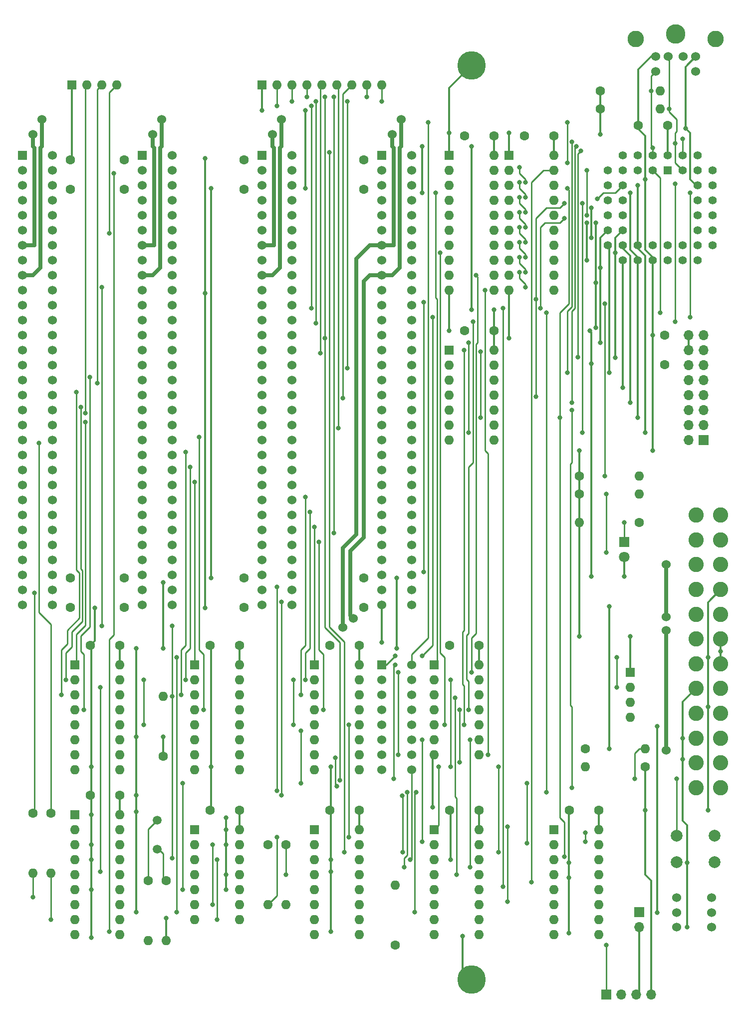
<source format=gbr>
G04 #@! TF.GenerationSoftware,KiCad,Pcbnew,(5.1.8)-1*
G04 #@! TF.CreationDate,2022-03-29T10:23:29-06:00*
G04 #@! TF.ProjectId,Multi,4d756c74-692e-46b6-9963-61645f706362,rev?*
G04 #@! TF.SameCoordinates,Original*
G04 #@! TF.FileFunction,Copper,L2,Bot*
G04 #@! TF.FilePolarity,Positive*
%FSLAX46Y46*%
G04 Gerber Fmt 4.6, Leading zero omitted, Abs format (unit mm)*
G04 Created by KiCad (PCBNEW (5.1.8)-1) date 2022-03-29 10:23:29*
%MOMM*%
%LPD*%
G01*
G04 APERTURE LIST*
G04 #@! TA.AperFunction,ComponentPad*
%ADD10O,1.600000X1.600000*%
G04 #@! TD*
G04 #@! TA.AperFunction,ComponentPad*
%ADD11R,1.600000X1.600000*%
G04 #@! TD*
G04 #@! TA.AperFunction,ComponentPad*
%ADD12C,1.600000*%
G04 #@! TD*
G04 #@! TA.AperFunction,ComponentPad*
%ADD13C,4.826000*%
G04 #@! TD*
G04 #@! TA.AperFunction,ComponentPad*
%ADD14C,1.524000*%
G04 #@! TD*
G04 #@! TA.AperFunction,ComponentPad*
%ADD15O,1.700000X1.700000*%
G04 #@! TD*
G04 #@! TA.AperFunction,ComponentPad*
%ADD16R,1.700000X1.700000*%
G04 #@! TD*
G04 #@! TA.AperFunction,ComponentPad*
%ADD17R,1.524000X1.524000*%
G04 #@! TD*
G04 #@! TA.AperFunction,ComponentPad*
%ADD18C,2.000000*%
G04 #@! TD*
G04 #@! TA.AperFunction,ComponentPad*
%ADD19C,1.800000*%
G04 #@! TD*
G04 #@! TA.AperFunction,ComponentPad*
%ADD20R,1.800000X1.800000*%
G04 #@! TD*
G04 #@! TA.AperFunction,ComponentPad*
%ADD21C,2.590800*%
G04 #@! TD*
G04 #@! TA.AperFunction,ComponentPad*
%ADD22C,2.794000*%
G04 #@! TD*
G04 #@! TA.AperFunction,ComponentPad*
%ADD23C,3.302000*%
G04 #@! TD*
G04 #@! TA.AperFunction,ComponentPad*
%ADD24C,1.500000*%
G04 #@! TD*
G04 #@! TA.AperFunction,ComponentPad*
%ADD25R,1.422400X1.422400*%
G04 #@! TD*
G04 #@! TA.AperFunction,ComponentPad*
%ADD26C,1.422400*%
G04 #@! TD*
G04 #@! TA.AperFunction,ViaPad*
%ADD27C,0.800000*%
G04 #@! TD*
G04 #@! TA.AperFunction,Conductor*
%ADD28C,0.330200*%
G04 #@! TD*
G04 #@! TA.AperFunction,Conductor*
%ADD29C,0.250000*%
G04 #@! TD*
G04 #@! TA.AperFunction,Conductor*
%ADD30C,0.635000*%
G04 #@! TD*
G04 #@! TA.AperFunction,Conductor*
%ADD31C,0.304800*%
G04 #@! TD*
G04 APERTURE END LIST*
D10*
G04 #@! TO.P,U2,20*
G04 #@! TO.N,/5+*
X111506000Y-43942000D03*
G04 #@! TO.P,U2,10*
G04 #@! TO.N,/GND*
X103886000Y-66802000D03*
G04 #@! TO.P,U2,19*
G04 #@! TO.N,/PORT_61_RD*
X111506000Y-46482000D03*
G04 #@! TO.P,U2,9*
G04 #@! TO.N,/D0*
X103886000Y-64262000D03*
G04 #@! TO.P,U2,18*
G04 #@! TO.N,/PORT_61_7*
X111506000Y-49022000D03*
G04 #@! TO.P,U2,8*
G04 #@! TO.N,/D1*
X103886000Y-61722000D03*
G04 #@! TO.P,U2,17*
G04 #@! TO.N,/PORT_61_6*
X111506000Y-51562000D03*
G04 #@! TO.P,U2,7*
G04 #@! TO.N,/D2*
X103886000Y-59182000D03*
G04 #@! TO.P,U2,16*
G04 #@! TO.N,/NMI_EN*
X111506000Y-54102000D03*
G04 #@! TO.P,U2,6*
G04 #@! TO.N,/D3*
X103886000Y-56642000D03*
G04 #@! TO.P,U2,15*
G04 #@! TO.N,/PORT_61_4*
X111506000Y-56642000D03*
G04 #@! TO.P,U2,5*
G04 #@! TO.N,/D4*
X103886000Y-54102000D03*
G04 #@! TO.P,U2,14*
G04 #@! TO.N,/PORT_61_3*
X111506000Y-59182000D03*
G04 #@! TO.P,U2,4*
G04 #@! TO.N,/D5*
X103886000Y-51562000D03*
G04 #@! TO.P,U2,13*
G04 #@! TO.N,/PORT_61_2*
X111506000Y-61722000D03*
G04 #@! TO.P,U2,3*
G04 #@! TO.N,/D6*
X103886000Y-49022000D03*
G04 #@! TO.P,U2,12*
G04 #@! TO.N,/SPK_EN*
X111506000Y-64262000D03*
G04 #@! TO.P,U2,2*
G04 #@! TO.N,/D7*
X103886000Y-46482000D03*
G04 #@! TO.P,U2,11*
G04 #@! TO.N,/SPK_GO*
X111506000Y-66802000D03*
D11*
G04 #@! TO.P,U2,1*
G04 #@! TO.N,/GND*
X103886000Y-43942000D03*
G04 #@! TD*
D12*
G04 #@! TO.P,C13,2*
G04 #@! TO.N,/5+*
X119126000Y-154940000D03*
G04 #@! TO.P,C13,1*
G04 #@! TO.N,/GND*
X114126000Y-154940000D03*
G04 #@! TD*
G04 #@! TO.P,C11,2*
G04 #@! TO.N,/5+*
X111506000Y-40640000D03*
G04 #@! TO.P,C11,1*
G04 #@! TO.N,/GND*
X106506000Y-40640000D03*
G04 #@! TD*
D10*
G04 #@! TO.P,RN3,4*
G04 #@! TO.N,/DRQ0*
X124460000Y-139192000D03*
G04 #@! TO.P,RN3,3*
G04 #@! TO.N,/HOLD*
X124460000Y-136652000D03*
G04 #@! TO.P,RN3,2*
G04 #@! TO.N,/NMI_EN*
X124460000Y-134112000D03*
D11*
G04 #@! TO.P,RN3,1*
G04 #@! TO.N,/GND*
X124460000Y-131572000D03*
G04 #@! TD*
D10*
G04 #@! TO.P,U1,16*
G04 #@! TO.N,/5+*
X119126000Y-158242000D03*
G04 #@! TO.P,U1,8*
G04 #@! TO.N,/GND*
X111506000Y-176022000D03*
G04 #@! TO.P,U1,15*
G04 #@! TO.N,/IO_0061*
X119126000Y-160782000D03*
G04 #@! TO.P,U1,7*
G04 #@! TO.N,Net-(U1-Pad7)*
X111506000Y-173482000D03*
G04 #@! TO.P,U1,14*
G04 #@! TO.N,/IORD*
X119126000Y-163322000D03*
G04 #@! TO.P,U1,6*
G04 #@! TO.N,Net-(U1-Pad6)*
X111506000Y-170942000D03*
G04 #@! TO.P,U1,13*
G04 #@! TO.N,/GND*
X119126000Y-165862000D03*
G04 #@! TO.P,U1,5*
G04 #@! TO.N,Net-(U1-Pad5)*
X111506000Y-168402000D03*
G04 #@! TO.P,U1,12*
G04 #@! TO.N,/PORT_61_RD*
X119126000Y-168402000D03*
G04 #@! TO.P,U1,4*
G04 #@! TO.N,/PORT_0X61_EN*
X111506000Y-165862000D03*
G04 #@! TO.P,U1,11*
G04 #@! TO.N,Net-(U1-Pad11)*
X119126000Y-170942000D03*
G04 #@! TO.P,U1,3*
G04 #@! TO.N,/GND*
X111506000Y-163322000D03*
G04 #@! TO.P,U1,10*
G04 #@! TO.N,Net-(U1-Pad10)*
X119126000Y-173482000D03*
G04 #@! TO.P,U1,2*
G04 #@! TO.N,/IOWR*
X111506000Y-160782000D03*
G04 #@! TO.P,U1,9*
G04 #@! TO.N,Net-(U1-Pad9)*
X119126000Y-176022000D03*
D11*
G04 #@! TO.P,U1,1*
G04 #@! TO.N,/IO_0061*
X111506000Y-158242000D03*
G04 #@! TD*
D13*
G04 #@! TO.P,REF\u002A\u002A,*
G04 #@! TO.N,/GND*
X97536000Y-183642000D03*
G04 #@! TD*
D10*
G04 #@! TO.P,RN1,4*
G04 #@! TO.N,/DRQ2*
X37338000Y-32004000D03*
G04 #@! TO.P,RN1,3*
G04 #@! TO.N,/DRQ3*
X34798000Y-32004000D03*
G04 #@! TO.P,RN1,2*
G04 #@! TO.N,/DRQ1*
X32258000Y-32004000D03*
D11*
G04 #@! TO.P,RN1,1*
G04 #@! TO.N,/GND*
X29718000Y-32004000D03*
G04 #@! TD*
D10*
G04 #@! TO.P,R13,2*
G04 #@! TO.N,/TC*
X125984000Y-101346000D03*
D12*
G04 #@! TO.P,R13,1*
G04 #@! TO.N,/GND*
X115824000Y-101346000D03*
G04 #@! TD*
D10*
G04 #@! TO.P,R12,2*
G04 #@! TO.N,/AEN*
X125984000Y-98298000D03*
D12*
G04 #@! TO.P,R12,1*
G04 #@! TO.N,/GND*
X115824000Y-98298000D03*
G04 #@! TD*
D10*
G04 #@! TO.P,RN2,9*
G04 #@! TO.N,/DACK3*
X82296000Y-32004000D03*
G04 #@! TO.P,RN2,8*
G04 #@! TO.N,/DACK2*
X79756000Y-32004000D03*
G04 #@! TO.P,RN2,7*
G04 #@! TO.N,/DACK1*
X77216000Y-32004000D03*
G04 #@! TO.P,RN2,6*
G04 #@! TO.N,/REFRQ*
X74676000Y-32004000D03*
G04 #@! TO.P,RN2,5*
G04 #@! TO.N,/IORD*
X72136000Y-32004000D03*
G04 #@! TO.P,RN2,4*
G04 #@! TO.N,/IOWR*
X69596000Y-32004000D03*
G04 #@! TO.P,RN2,3*
G04 #@! TO.N,/MRD*
X67056000Y-32004000D03*
G04 #@! TO.P,RN2,2*
G04 #@! TO.N,/MWR*
X64516000Y-32004000D03*
D11*
G04 #@! TO.P,RN2,1*
G04 #@! TO.N,/5+*
X61976000Y-32004000D03*
G04 #@! TD*
D14*
G04 #@! TO.P,R,1*
G04 #@! TO.N,/12+*
X130556000Y-113284000D03*
G04 #@! TD*
G04 #@! TO.P,R,1*
G04 #@! TO.N,/12+*
X130556000Y-122174000D03*
G04 #@! TD*
G04 #@! TO.P,R,1*
G04 #@! TO.N,/12-*
X130556000Y-144780000D03*
G04 #@! TD*
G04 #@! TO.P,R,1*
G04 #@! TO.N,/12-*
X130556000Y-124460000D03*
G04 #@! TD*
D10*
G04 #@! TO.P,R9,2*
G04 #@! TO.N,/T1*
X129540000Y-36040000D03*
D12*
G04 #@! TO.P,R9,1*
G04 #@! TO.N,/5+*
X119380000Y-36040000D03*
G04 #@! TD*
D10*
G04 #@! TO.P,R8,2*
G04 #@! TO.N,/T0*
X129540000Y-33020000D03*
D12*
G04 #@! TO.P,R8,1*
G04 #@! TO.N,/5+*
X119380000Y-33020000D03*
G04 #@! TD*
D10*
G04 #@! TO.P,R7,2*
G04 #@! TO.N,/CH_CK*
X116840000Y-147574000D03*
D12*
G04 #@! TO.P,R7,1*
G04 #@! TO.N,/5+*
X127000000Y-147574000D03*
G04 #@! TD*
D10*
G04 #@! TO.P,R6,2*
G04 #@! TO.N,/RDY1*
X45212000Y-135636000D03*
D12*
G04 #@! TO.P,R6,1*
G04 #@! TO.N,/5+*
X45212000Y-145796000D03*
G04 #@! TD*
D14*
G04 #@! TO.P,R,1*
G04 #@! TO.N,/12-*
X75692000Y-123952000D03*
G04 #@! TD*
G04 #@! TO.P,R,1*
G04 #@! TO.N,/12+*
X77470000Y-122428000D03*
G04 #@! TD*
D12*
G04 #@! TO.P,C10,2*
G04 #@! TO.N,/5+*
X130302000Y-79422000D03*
G04 #@! TO.P,C10,1*
G04 #@! TO.N,/GND*
X130302000Y-74422000D03*
G04 #@! TD*
G04 #@! TO.P,C9,2*
G04 #@! TO.N,/5+*
X130810000Y-38862000D03*
G04 #@! TO.P,C9,1*
G04 #@! TO.N,/GND*
X125810000Y-38862000D03*
G04 #@! TD*
D10*
G04 #@! TO.P,R4,2*
G04 #@! TO.N,/GND*
X42672000Y-177038000D03*
D12*
G04 #@! TO.P,R4,1*
G04 #@! TO.N,/X1_8284*
X42672000Y-166878000D03*
G04 #@! TD*
D10*
G04 #@! TO.P,R2,2*
G04 #@! TO.N,/GND*
X45720000Y-177038000D03*
D12*
G04 #@! TO.P,R2,1*
G04 #@! TO.N,/X2_8284*
X45720000Y-166878000D03*
G04 #@! TD*
D10*
G04 #@! TO.P,R18,2*
G04 #@! TO.N,/CLK*
X26162000Y-165608000D03*
D12*
G04 #@! TO.P,R18,1*
G04 #@! TO.N,/CLK88*
X26162000Y-155448000D03*
G04 #@! TD*
D10*
G04 #@! TO.P,R17,2*
G04 #@! TO.N,/PCLK*
X62992000Y-170942000D03*
D12*
G04 #@! TO.P,R17,1*
G04 #@! TO.N,/PCLK88*
X62992000Y-160782000D03*
G04 #@! TD*
D10*
G04 #@! TO.P,R14,2*
G04 #@! TO.N,/OSC*
X23114000Y-165608000D03*
D12*
G04 #@! TO.P,R14,1*
G04 #@! TO.N,/OSC88*
X23114000Y-155448000D03*
G04 #@! TD*
D10*
G04 #@! TO.P,R5,2*
G04 #@! TO.N,/RESET*
X127000000Y-144526000D03*
D12*
G04 #@! TO.P,R5,1*
G04 #@! TO.N,/POWER_GOOD*
X116840000Y-144526000D03*
G04 #@! TD*
D10*
G04 #@! TO.P,R3,2*
G04 #@! TO.N,/OSC*
X66040000Y-170942000D03*
D12*
G04 #@! TO.P,R3,1*
G04 #@! TO.N,/OSC88HF*
X66040000Y-160782000D03*
G04 #@! TD*
D10*
G04 #@! TO.P,U3,2*
G04 #@! TO.N,/SPK_PIN*
X84582000Y-167640000D03*
D12*
G04 #@! TO.P,U3,1*
G04 #@! TO.N,/SPK_PIN_O*
X84582000Y-177800000D03*
G04 #@! TD*
D15*
G04 #@! TO.P,J6,2*
G04 #@! TO.N,/GND*
X125984000Y-174752000D03*
D16*
G04 #@! TO.P,J6,1*
G04 #@! TO.N,/POWER_ON*
X125984000Y-172212000D03*
G04 #@! TD*
D15*
G04 #@! TO.P,J3,4*
G04 #@! TO.N,/5+*
X128016000Y-186182000D03*
G04 #@! TO.P,J3,3*
G04 #@! TO.N,/GND*
X125476000Y-186182000D03*
G04 #@! TO.P,J3,2*
G04 #@! TO.N,Net-(J3-Pad2)*
X122936000Y-186182000D03*
D16*
G04 #@! TO.P,J3,1*
G04 #@! TO.N,/SPK_PIN_O*
X120396000Y-186182000D03*
G04 #@! TD*
D12*
G04 #@! TO.P,C1,2*
G04 #@! TO.N,/5+*
X101346000Y-73660000D03*
G04 #@! TO.P,C1,1*
G04 #@! TO.N,/GND*
X96346000Y-73660000D03*
G04 #@! TD*
D10*
G04 #@! TO.P,U117,16*
G04 #@! TO.N,/5+*
X78486000Y-158242000D03*
G04 #@! TO.P,U117,8*
G04 #@! TO.N,/GND*
X70866000Y-176022000D03*
G04 #@! TO.P,U117,15*
G04 #@! TO.N,/SPK_EN_*
X78486000Y-160782000D03*
G04 #@! TO.P,U117,7*
G04 #@! TO.N,Net-(U117-Pad7)*
X70866000Y-173482000D03*
G04 #@! TO.P,U117,14*
G04 #@! TO.N,/SPK_OUT*
X78486000Y-163322000D03*
G04 #@! TO.P,U117,6*
G04 #@! TO.N,Net-(U117-Pad6)*
X70866000Y-170942000D03*
G04 #@! TO.P,U117,13*
G04 #@! TO.N,/GND*
X78486000Y-165862000D03*
G04 #@! TO.P,U117,5*
G04 #@! TO.N,Net-(U117-Pad5)*
X70866000Y-168402000D03*
G04 #@! TO.P,U117,12*
G04 #@! TO.N,/SPK_PIN*
X78486000Y-168402000D03*
G04 #@! TO.P,U117,4*
G04 #@! TO.N,Net-(U117-Pad4)*
X70866000Y-165862000D03*
G04 #@! TO.P,U117,11*
G04 #@! TO.N,Net-(U117-Pad11)*
X78486000Y-170942000D03*
G04 #@! TO.P,U117,3*
G04 #@! TO.N,Net-(U117-Pad3)*
X70866000Y-163322000D03*
G04 #@! TO.P,U117,10*
G04 #@! TO.N,Net-(U117-Pad10)*
X78486000Y-173482000D03*
G04 #@! TO.P,U117,2*
G04 #@! TO.N,Net-(U117-Pad2)*
X70866000Y-160782000D03*
G04 #@! TO.P,U117,9*
G04 #@! TO.N,Net-(U117-Pad9)*
X78486000Y-176022000D03*
D11*
G04 #@! TO.P,U117,1*
G04 #@! TO.N,Net-(U117-Pad1)*
X70866000Y-158242000D03*
G04 #@! TD*
D14*
G04 #@! TO.P,J10,16*
G04 #@! TO.N,/RESET*
X87376000Y-130302000D03*
G04 #@! TO.P,J10,15*
G04 #@! TO.N,/READY*
X87376000Y-132842000D03*
D17*
G04 #@! TO.P,J10,1*
G04 #@! TO.N,/IRQ1*
X82296000Y-130302000D03*
D14*
G04 #@! TO.P,J10,2*
G04 #@! TO.N,/IO_000X*
X82296000Y-132842000D03*
G04 #@! TO.P,J10,3*
G04 #@! TO.N,/IO_002X*
X82296000Y-135382000D03*
G04 #@! TO.P,J10,4*
G04 #@! TO.N,/IO_004X*
X82296000Y-137922000D03*
G04 #@! TO.P,J10,5*
G04 #@! TO.N,/IO_006X*
X82296000Y-140462000D03*
G04 #@! TO.P,J10,6*
G04 #@! TO.N,/IO_008X*
X82296000Y-143002000D03*
G04 #@! TO.P,J10,7*
G04 #@! TO.N,Net-(J10-Pad7)*
X82296000Y-145542000D03*
G04 #@! TO.P,J10,8*
G04 #@! TO.N,/NMI*
X82296000Y-148082000D03*
G04 #@! TO.P,J10,9*
G04 #@! TO.N,/SPK_OUT*
X87376000Y-148082000D03*
G04 #@! TO.P,J10,10*
G04 #@! TO.N,/SPK_GO*
X87376000Y-145542000D03*
G04 #@! TO.P,J10,11*
G04 #@! TO.N,/HF_PCLK*
X87376000Y-143002000D03*
G04 #@! TO.P,J10,12*
G04 #@! TO.N,/DRQ0*
X87376000Y-140462000D03*
G04 #@! TO.P,J10,13*
G04 #@! TO.N,/HOLDA*
X87376000Y-137922000D03*
G04 #@! TO.P,J10,14*
G04 #@! TO.N,/HOLD*
X87376000Y-135382000D03*
G04 #@! TD*
D18*
G04 #@! TO.P,SW1,1*
G04 #@! TO.N,/RESET*
X138834000Y-159258000D03*
G04 #@! TO.P,SW1,2*
G04 #@! TO.N,/GND*
X138834000Y-163758000D03*
G04 #@! TO.P,SW1,1*
G04 #@! TO.N,/RESET*
X132334000Y-159258000D03*
G04 #@! TO.P,SW1,2*
G04 #@! TO.N,/GND*
X132334000Y-163758000D03*
G04 #@! TD*
D10*
G04 #@! TO.P,R1,2*
G04 #@! TO.N,/GND*
X115824000Y-106172000D03*
D12*
G04 #@! TO.P,R1,1*
G04 #@! TO.N,/LED_GND*
X125984000Y-106172000D03*
G04 #@! TD*
D19*
G04 #@! TO.P,D1,2*
G04 #@! TO.N,/5+*
X123444000Y-112014000D03*
D20*
G04 #@! TO.P,D1,1*
G04 #@! TO.N,/LED_GND*
X123444000Y-109474000D03*
G04 #@! TD*
D12*
G04 #@! TO.P,C7,2*
G04 #@! TO.N,/5+*
X101346000Y-40640000D03*
G04 #@! TO.P,C7,1*
G04 #@! TO.N,/GND*
X96346000Y-40640000D03*
G04 #@! TD*
D14*
G04 #@! TO.P,8x8mm1,6*
G04 #@! TO.N,Net-(8x8mm1-Pad6)*
X138334000Y-169752000D03*
G04 #@! TO.P,8x8mm1,5*
G04 #@! TO.N,Net-(8x8mm1-Pad5)*
X138334000Y-172252000D03*
G04 #@! TO.P,8x8mm1,4*
G04 #@! TO.N,Net-(8x8mm1-Pad4)*
X138334000Y-174752000D03*
G04 #@! TO.P,8x8mm1,3*
G04 #@! TO.N,/GND*
X132334000Y-174752000D03*
G04 #@! TO.P,8x8mm1,2*
G04 #@! TO.N,/POWER_ON*
X132334000Y-172252000D03*
G04 #@! TO.P,8x8mm1,1*
G04 #@! TO.N,Net-(8x8mm1-Pad1)*
X132334000Y-169752000D03*
G04 #@! TD*
D21*
G04 #@! TO.P,ATXPOWER1,14*
G04 #@! TO.N,/12-*
X139836000Y-146902000D03*
G04 #@! TO.P,ATXPOWER1,13*
G04 #@! TO.N,Net-(ATXPOWER1-Pad13)*
X139836000Y-151102000D03*
G04 #@! TO.P,ATXPOWER1,15*
G04 #@! TO.N,/GND*
X139836000Y-142702000D03*
G04 #@! TO.P,ATXPOWER1,24*
G04 #@! TO.N,Net-(ATXPOWER1-Pad24)*
X139836000Y-104902000D03*
G04 #@! TO.P,ATXPOWER1,23*
G04 #@! TO.N,Net-(ATXPOWER1-Pad23)*
X139836000Y-109102000D03*
G04 #@! TO.P,ATXPOWER1,22*
G04 #@! TO.N,Net-(ATXPOWER1-Pad22)*
X139836000Y-113302000D03*
G04 #@! TO.P,ATXPOWER1,21*
G04 #@! TO.N,/5+*
X139836000Y-117502000D03*
G04 #@! TO.P,ATXPOWER1,18*
G04 #@! TO.N,/GND*
X139836000Y-130102000D03*
G04 #@! TO.P,ATXPOWER1,20*
G04 #@! TO.N,Net-(ATXPOWER1-Pad20)*
X139836000Y-121702000D03*
G04 #@! TO.P,ATXPOWER1,19*
G04 #@! TO.N,/GND*
X139836000Y-125902000D03*
G04 #@! TO.P,ATXPOWER1,16*
G04 #@! TO.N,/POWER_ON*
X139836000Y-138502000D03*
G04 #@! TO.P,ATXPOWER1,17*
G04 #@! TO.N,Net-(ATXPOWER1-Pad17)*
X139836000Y-134302000D03*
G04 #@! TO.P,ATXPOWER1,1*
G04 #@! TO.N,Net-(ATXPOWER1-Pad1)*
X135636000Y-151102000D03*
G04 #@! TO.P,ATXPOWER1,2*
G04 #@! TO.N,Net-(ATXPOWER1-Pad2)*
X135636000Y-146902000D03*
G04 #@! TO.P,ATXPOWER1,3*
G04 #@! TO.N,/GND*
X135636000Y-142702000D03*
G04 #@! TO.P,ATXPOWER1,4*
G04 #@! TO.N,/5+*
X135636000Y-138502000D03*
G04 #@! TO.P,ATXPOWER1,5*
G04 #@! TO.N,/GND*
X135636000Y-134302000D03*
G04 #@! TO.P,ATXPOWER1,6*
G04 #@! TO.N,/5+*
X135636000Y-130102000D03*
G04 #@! TO.P,ATXPOWER1,7*
G04 #@! TO.N,Net-(ATXPOWER1-Pad7)*
X135636000Y-125902000D03*
G04 #@! TO.P,ATXPOWER1,8*
G04 #@! TO.N,/POWER_GOOD*
X135636000Y-121702000D03*
G04 #@! TO.P,ATXPOWER1,9*
G04 #@! TO.N,Net-(ATXPOWER1-Pad9)*
X135636000Y-117502000D03*
G04 #@! TO.P,ATXPOWER1,10*
G04 #@! TO.N,/12+*
X135636000Y-113302000D03*
G04 #@! TO.P,ATXPOWER1,11*
G04 #@! TO.N,Net-(ATXPOWER1-Pad11)*
X135636000Y-109102000D03*
G04 #@! TO.P,ATXPOWER1,12*
G04 #@! TO.N,Net-(ATXPOWER1-Pad12)*
X135636000Y-104902000D03*
G04 #@! TD*
D12*
G04 #@! TO.P,C29,2*
G04 #@! TO.N,/5+*
X38608000Y-115570000D03*
G04 #@! TO.P,C29,1*
G04 #@! TO.N,/GND*
X38608000Y-120570000D03*
G04 #@! TD*
G04 #@! TO.P,C28,2*
G04 #@! TO.N,/5+*
X58928000Y-115570000D03*
G04 #@! TO.P,C28,1*
G04 #@! TO.N,/GND*
X58928000Y-120570000D03*
G04 #@! TD*
G04 #@! TO.P,C27,2*
G04 #@! TO.N,/5+*
X29464000Y-115570000D03*
G04 #@! TO.P,C27,1*
G04 #@! TO.N,/GND*
X29464000Y-120570000D03*
G04 #@! TD*
G04 #@! TO.P,C26,2*
G04 #@! TO.N,/5+*
X79248000Y-115570000D03*
G04 #@! TO.P,C26,1*
G04 #@! TO.N,/GND*
X79248000Y-120570000D03*
G04 #@! TD*
G04 #@! TO.P,C25,2*
G04 #@! TO.N,/5+*
X38608000Y-49704000D03*
G04 #@! TO.P,C25,1*
G04 #@! TO.N,/GND*
X38608000Y-44704000D03*
G04 #@! TD*
G04 #@! TO.P,C24,2*
G04 #@! TO.N,/5+*
X29464000Y-49704000D03*
G04 #@! TO.P,C24,1*
G04 #@! TO.N,/GND*
X29464000Y-44704000D03*
G04 #@! TD*
G04 #@! TO.P,C23,2*
G04 #@! TO.N,/5+*
X79248000Y-49704000D03*
G04 #@! TO.P,C23,1*
G04 #@! TO.N,/GND*
X79248000Y-44704000D03*
G04 #@! TD*
G04 #@! TO.P,C22,2*
G04 #@! TO.N,/5+*
X58928000Y-49704000D03*
G04 #@! TO.P,C22,1*
G04 #@! TO.N,/GND*
X58928000Y-44704000D03*
G04 #@! TD*
D22*
G04 #@! TO.P,J2,*
G04 #@! TO.N,*
X125425200Y-24180800D03*
X138938000Y-24180800D03*
D23*
X132181600Y-23368000D03*
D14*
G04 #@! TO.P,J2,6*
G04 #@! TO.N,Net-(J2-Pad6)*
X135585200Y-29667200D03*
G04 #@! TO.P,J2,5*
G04 #@! TO.N,/T0*
X128778000Y-29667200D03*
G04 #@! TO.P,J2,2*
G04 #@! TO.N,Net-(J2-Pad2)*
X133477000Y-27178000D03*
G04 #@! TO.P,J2,1*
G04 #@! TO.N,/T1*
X130886200Y-27178000D03*
G04 #@! TO.P,J2,4*
G04 #@! TO.N,/5+*
X135585200Y-27178000D03*
G04 #@! TO.P,J2,3*
G04 #@! TO.N,/GND*
X128778000Y-27178000D03*
G04 #@! TD*
D11*
G04 #@! TO.P,U17,1*
G04 #@! TO.N,/NMI_EN_139*
X91186000Y-158242000D03*
D10*
G04 #@! TO.P,U17,9*
G04 #@! TO.N,Net-(U17-Pad9)*
X98806000Y-176022000D03*
G04 #@! TO.P,U17,2*
G04 #@! TO.N,/CH_CK*
X91186000Y-160782000D03*
G04 #@! TO.P,U17,10*
G04 #@! TO.N,Net-(U17-Pad10)*
X98806000Y-173482000D03*
G04 #@! TO.P,U17,3*
G04 #@! TO.N,/GND*
X91186000Y-163322000D03*
G04 #@! TO.P,U17,11*
G04 #@! TO.N,/IO_0061*
X98806000Y-170942000D03*
G04 #@! TO.P,U17,4*
G04 #@! TO.N,/NMI_INPUT*
X91186000Y-165862000D03*
G04 #@! TO.P,U17,12*
G04 #@! TO.N,/IO_0060*
X98806000Y-168402000D03*
G04 #@! TO.P,U17,5*
G04 #@! TO.N,Net-(U17-Pad5)*
X91186000Y-168402000D03*
G04 #@! TO.P,U17,13*
G04 #@! TO.N,/A1*
X98806000Y-165862000D03*
G04 #@! TO.P,U17,6*
G04 #@! TO.N,Net-(U17-Pad6)*
X91186000Y-170942000D03*
G04 #@! TO.P,U17,14*
G04 #@! TO.N,/A0*
X98806000Y-163322000D03*
G04 #@! TO.P,U17,7*
G04 #@! TO.N,Net-(U17-Pad7)*
X91186000Y-173482000D03*
G04 #@! TO.P,U17,15*
G04 #@! TO.N,/IO_006X*
X98806000Y-160782000D03*
G04 #@! TO.P,U17,8*
G04 #@! TO.N,/GND*
X91186000Y-176022000D03*
G04 #@! TO.P,U17,16*
G04 #@! TO.N,/5+*
X98806000Y-158242000D03*
G04 #@! TD*
D14*
G04 #@! TO.P,R,1*
G04 #@! TO.N,/12-*
X43434000Y-40386000D03*
G04 #@! TD*
G04 #@! TO.P,R,1*
G04 #@! TO.N,/12+*
X44958000Y-37846000D03*
G04 #@! TD*
G04 #@! TO.P,R,1*
G04 #@! TO.N,/12+*
X24638000Y-37846000D03*
G04 #@! TD*
G04 #@! TO.P,R,1*
G04 #@! TO.N,/12-*
X23114000Y-40386000D03*
G04 #@! TD*
D13*
G04 #@! TO.P,REF\u002A\u002A,*
G04 #@! TO.N,/GND*
X97536000Y-28702000D03*
G04 #@! TD*
D14*
G04 #@! TO.P,R,1*
G04 #@! TO.N,/12-*
X84074000Y-40386000D03*
G04 #@! TD*
G04 #@! TO.P,R,1*
G04 #@! TO.N,/12+*
X85598000Y-37846000D03*
G04 #@! TD*
G04 #@! TO.P,R,1*
G04 #@! TO.N,/12-*
X63754000Y-40386000D03*
G04 #@! TD*
G04 #@! TO.P,R,1*
G04 #@! TO.N,/12+*
X65278000Y-37846000D03*
G04 #@! TD*
D15*
G04 #@! TO.P,CH376,16*
G04 #@! TO.N,/GND*
X134366000Y-74422000D03*
G04 #@! TO.P,CH376,15*
G04 #@! TO.N,/D0*
X136906000Y-74422000D03*
G04 #@! TO.P,CH376,14*
G04 #@! TO.N,/GND*
X134366000Y-76962000D03*
G04 #@! TO.P,CH376,13*
G04 #@! TO.N,/D1*
X136906000Y-76962000D03*
G04 #@! TO.P,CH376,12*
G04 #@! TO.N,/5+*
X134366000Y-79502000D03*
G04 #@! TO.P,CH376,11*
G04 #@! TO.N,/D2*
X136906000Y-79502000D03*
G04 #@! TO.P,CH376,10*
G04 #@! TO.N,/IN_IRQ6*
X134366000Y-82042000D03*
G04 #@! TO.P,CH376,9*
G04 #@! TO.N,/D3*
X136906000Y-82042000D03*
G04 #@! TO.P,CH376,8*
G04 #@! TO.N,/A2*
X134366000Y-84582000D03*
G04 #@! TO.P,CH376,7*
G04 #@! TO.N,/D4*
X136906000Y-84582000D03*
G04 #@! TO.P,CH376,6*
G04 #@! TO.N,/IO_00EX*
X134366000Y-87122000D03*
G04 #@! TO.P,CH376,5*
G04 #@! TO.N,/D5*
X136906000Y-87122000D03*
G04 #@! TO.P,CH376,4*
G04 #@! TO.N,/IORD*
X134366000Y-89662000D03*
G04 #@! TO.P,CH376,3*
G04 #@! TO.N,/D6*
X136906000Y-89662000D03*
G04 #@! TO.P,CH376,2*
G04 #@! TO.N,/IOWR*
X134366000Y-92202000D03*
D16*
G04 #@! TO.P,CH376,1*
G04 #@! TO.N,/D7*
X136906000Y-92202000D03*
G04 #@! TD*
D10*
G04 #@! TO.P,U9,16*
G04 #@! TO.N,/5+*
X37846000Y-130302000D03*
G04 #@! TO.P,U9,8*
G04 #@! TO.N,/GND*
X30226000Y-148082000D03*
G04 #@! TO.P,U9,15*
G04 #@! TO.N,/IO_0XXX*
X37846000Y-132842000D03*
G04 #@! TO.P,U9,7*
G04 #@! TO.N,Net-(U9-Pad7)*
X30226000Y-145542000D03*
G04 #@! TO.P,U9,14*
G04 #@! TO.N,Net-(U9-Pad14)*
X37846000Y-135382000D03*
G04 #@! TO.P,U9,6*
G04 #@! TO.N,/5+*
X30226000Y-143002000D03*
G04 #@! TO.P,U9,13*
G04 #@! TO.N,Net-(U9-Pad13)*
X37846000Y-137922000D03*
G04 #@! TO.P,U9,5*
G04 #@! TO.N,/HOLDA*
X30226000Y-140462000D03*
G04 #@! TO.P,U9,12*
G04 #@! TO.N,Net-(U9-Pad12)*
X37846000Y-140462000D03*
G04 #@! TO.P,U9,4*
G04 #@! TO.N,/A15*
X30226000Y-137922000D03*
G04 #@! TO.P,U9,11*
G04 #@! TO.N,Net-(U9-Pad11)*
X37846000Y-143002000D03*
G04 #@! TO.P,U9,3*
G04 #@! TO.N,/A14*
X30226000Y-135382000D03*
G04 #@! TO.P,U9,10*
G04 #@! TO.N,Net-(U9-Pad10)*
X37846000Y-145542000D03*
G04 #@! TO.P,U9,2*
G04 #@! TO.N,/A13*
X30226000Y-132842000D03*
G04 #@! TO.P,U9,9*
G04 #@! TO.N,Net-(U9-Pad9)*
X37846000Y-148082000D03*
D11*
G04 #@! TO.P,U9,1*
G04 #@! TO.N,/A12*
X30226000Y-130302000D03*
G04 #@! TD*
G04 #@! TO.P,U11,1*
G04 #@! TO.N,/GND*
X30226000Y-155702000D03*
D10*
G04 #@! TO.P,U11,10*
G04 #@! TO.N,/RESOUT*
X37846000Y-176022000D03*
G04 #@! TO.P,U11,2*
G04 #@! TO.N,/PCLK*
X30226000Y-158242000D03*
G04 #@! TO.P,U11,11*
G04 #@! TO.N,/RESET*
X37846000Y-173482000D03*
G04 #@! TO.P,U11,3*
G04 #@! TO.N,/GND*
X30226000Y-160782000D03*
G04 #@! TO.P,U11,12*
G04 #@! TO.N,/OSC*
X37846000Y-170942000D03*
G04 #@! TO.P,U11,4*
G04 #@! TO.N,/RDY1*
X30226000Y-163322000D03*
G04 #@! TO.P,U11,13*
G04 #@! TO.N,/GND*
X37846000Y-168402000D03*
G04 #@! TO.P,U11,5*
G04 #@! TO.N,/READY*
X30226000Y-165862000D03*
G04 #@! TO.P,U11,14*
G04 #@! TO.N,Net-(U11-Pad14)*
X37846000Y-165862000D03*
G04 #@! TO.P,U11,6*
G04 #@! TO.N,/GND*
X30226000Y-168402000D03*
G04 #@! TO.P,U11,15*
X37846000Y-163322000D03*
G04 #@! TO.P,U11,7*
G04 #@! TO.N,/5+*
X30226000Y-170942000D03*
G04 #@! TO.P,U11,16*
G04 #@! TO.N,/X2_8284*
X37846000Y-160782000D03*
G04 #@! TO.P,U11,8*
G04 #@! TO.N,/CLK*
X30226000Y-173482000D03*
G04 #@! TO.P,U11,17*
G04 #@! TO.N,/X1_8284*
X37846000Y-158242000D03*
G04 #@! TO.P,U11,9*
G04 #@! TO.N,/GND*
X30226000Y-176022000D03*
G04 #@! TO.P,U11,18*
G04 #@! TO.N,/5+*
X37846000Y-155702000D03*
G04 #@! TD*
D11*
G04 #@! TO.P,U12,1*
G04 #@! TO.N,/A8*
X50546000Y-130302000D03*
D10*
G04 #@! TO.P,U12,9*
G04 #@! TO.N,Net-(U12-Pad9)*
X58166000Y-148082000D03*
G04 #@! TO.P,U12,2*
G04 #@! TO.N,/A9*
X50546000Y-132842000D03*
G04 #@! TO.P,U12,10*
G04 #@! TO.N,Net-(U12-Pad10)*
X58166000Y-145542000D03*
G04 #@! TO.P,U12,3*
G04 #@! TO.N,/A10*
X50546000Y-135382000D03*
G04 #@! TO.P,U12,11*
G04 #@! TO.N,Net-(U12-Pad11)*
X58166000Y-143002000D03*
G04 #@! TO.P,U12,4*
G04 #@! TO.N,/A11*
X50546000Y-137922000D03*
G04 #@! TO.P,U12,12*
G04 #@! TO.N,Net-(U12-Pad12)*
X58166000Y-140462000D03*
G04 #@! TO.P,U12,5*
G04 #@! TO.N,/IO_0XXX*
X50546000Y-140462000D03*
G04 #@! TO.P,U12,13*
G04 #@! TO.N,Net-(U12-Pad13)*
X58166000Y-137922000D03*
G04 #@! TO.P,U12,6*
G04 #@! TO.N,/5+*
X50546000Y-143002000D03*
G04 #@! TO.P,U12,14*
G04 #@! TO.N,Net-(U12-Pad14)*
X58166000Y-135382000D03*
G04 #@! TO.P,U12,7*
G04 #@! TO.N,Net-(U12-Pad7)*
X50546000Y-145542000D03*
G04 #@! TO.P,U12,15*
G04 #@! TO.N,/IO_00XX*
X58166000Y-132842000D03*
G04 #@! TO.P,U12,8*
G04 #@! TO.N,/GND*
X50546000Y-148082000D03*
G04 #@! TO.P,U12,16*
G04 #@! TO.N,/5+*
X58166000Y-130302000D03*
G04 #@! TD*
D11*
G04 #@! TO.P,U13,1*
G04 #@! TO.N,/A5*
X70866000Y-130302000D03*
D10*
G04 #@! TO.P,U13,9*
G04 #@! TO.N,Net-(U13-Pad9)*
X78486000Y-148082000D03*
G04 #@! TO.P,U13,2*
G04 #@! TO.N,/A6*
X70866000Y-132842000D03*
G04 #@! TO.P,U13,10*
G04 #@! TO.N,Net-(U13-Pad10)*
X78486000Y-145542000D03*
G04 #@! TO.P,U13,3*
G04 #@! TO.N,/A7*
X70866000Y-135382000D03*
G04 #@! TO.P,U13,11*
G04 #@! TO.N,/IO_008X*
X78486000Y-143002000D03*
G04 #@! TO.P,U13,4*
G04 #@! TO.N,/A4*
X70866000Y-137922000D03*
G04 #@! TO.P,U13,12*
G04 #@! TO.N,/IO_006X*
X78486000Y-140462000D03*
G04 #@! TO.P,U13,5*
G04 #@! TO.N,/IO_00XX*
X70866000Y-140462000D03*
G04 #@! TO.P,U13,13*
G04 #@! TO.N,/IO_004X*
X78486000Y-137922000D03*
G04 #@! TO.P,U13,6*
G04 #@! TO.N,/5+*
X70866000Y-143002000D03*
G04 #@! TO.P,U13,14*
G04 #@! TO.N,/IO_002X*
X78486000Y-135382000D03*
G04 #@! TO.P,U13,7*
G04 #@! TO.N,/IO_00EX*
X70866000Y-145542000D03*
G04 #@! TO.P,U13,15*
G04 #@! TO.N,/IO_000X*
X78486000Y-132842000D03*
G04 #@! TO.P,U13,8*
G04 #@! TO.N,/GND*
X70866000Y-148082000D03*
G04 #@! TO.P,U13,16*
G04 #@! TO.N,/5+*
X78486000Y-130302000D03*
G04 #@! TD*
D11*
G04 #@! TO.P,U14,1*
G04 #@! TO.N,/5+*
X50546000Y-158242000D03*
D10*
G04 #@! TO.P,U14,8*
G04 #@! TO.N,/FB1*
X58166000Y-173482000D03*
G04 #@! TO.P,U14,2*
G04 #@! TO.N,/FB2*
X50546000Y-160782000D03*
G04 #@! TO.P,U14,9*
G04 #@! TO.N,/HF_OSC*
X58166000Y-170942000D03*
G04 #@! TO.P,U14,3*
G04 #@! TO.N,/PCLK88*
X50546000Y-163322000D03*
G04 #@! TO.P,U14,10*
G04 #@! TO.N,/5+*
X58166000Y-168402000D03*
G04 #@! TO.P,U14,4*
X50546000Y-165862000D03*
G04 #@! TO.P,U14,11*
G04 #@! TO.N,/OSC88HF*
X58166000Y-165862000D03*
G04 #@! TO.P,U14,5*
G04 #@! TO.N,/HF_PCLK*
X50546000Y-168402000D03*
G04 #@! TO.P,U14,12*
G04 #@! TO.N,/FB1*
X58166000Y-163322000D03*
G04 #@! TO.P,U14,6*
G04 #@! TO.N,/FB2*
X50546000Y-170942000D03*
G04 #@! TO.P,U14,13*
G04 #@! TO.N,/5+*
X58166000Y-160782000D03*
G04 #@! TO.P,U14,7*
G04 #@! TO.N,/GND*
X50546000Y-173482000D03*
G04 #@! TO.P,U14,14*
G04 #@! TO.N,/5+*
X58166000Y-158242000D03*
G04 #@! TD*
D11*
G04 #@! TO.P,U15,1*
G04 #@! TO.N,/GND*
X93726000Y-43942000D03*
D10*
G04 #@! TO.P,U15,11*
G04 #@! TO.N,/PORT_0X61_CS*
X101346000Y-66802000D03*
G04 #@! TO.P,U15,2*
G04 #@! TO.N,/D7*
X93726000Y-46482000D03*
G04 #@! TO.P,U15,12*
G04 #@! TO.N,/SPK_GO*
X101346000Y-64262000D03*
G04 #@! TO.P,U15,3*
G04 #@! TO.N,/D6*
X93726000Y-49022000D03*
G04 #@! TO.P,U15,13*
G04 #@! TO.N,/SPK_EN*
X101346000Y-61722000D03*
G04 #@! TO.P,U15,4*
G04 #@! TO.N,/D5*
X93726000Y-51562000D03*
G04 #@! TO.P,U15,14*
G04 #@! TO.N,/PORT_61_2*
X101346000Y-59182000D03*
G04 #@! TO.P,U15,5*
G04 #@! TO.N,/D4*
X93726000Y-54102000D03*
G04 #@! TO.P,U15,15*
G04 #@! TO.N,/PORT_61_3*
X101346000Y-56642000D03*
G04 #@! TO.P,U15,6*
G04 #@! TO.N,/D3*
X93726000Y-56642000D03*
G04 #@! TO.P,U15,16*
G04 #@! TO.N,/PORT_61_4*
X101346000Y-54102000D03*
G04 #@! TO.P,U15,7*
G04 #@! TO.N,/D2*
X93726000Y-59182000D03*
G04 #@! TO.P,U15,17*
G04 #@! TO.N,/NMI_EN*
X101346000Y-51562000D03*
G04 #@! TO.P,U15,8*
G04 #@! TO.N,/D1*
X93726000Y-61722000D03*
G04 #@! TO.P,U15,18*
G04 #@! TO.N,/PORT_61_6*
X101346000Y-49022000D03*
G04 #@! TO.P,U15,9*
G04 #@! TO.N,/D0*
X93726000Y-64262000D03*
G04 #@! TO.P,U15,19*
G04 #@! TO.N,/PORT_61_7*
X101346000Y-46482000D03*
G04 #@! TO.P,U15,10*
G04 #@! TO.N,/GND*
X93726000Y-66802000D03*
G04 #@! TO.P,U15,20*
G04 #@! TO.N,/5+*
X101346000Y-43942000D03*
G04 #@! TD*
D11*
G04 #@! TO.P,U16,1*
G04 #@! TO.N,/NMI_EN*
X91186000Y-130302000D03*
D10*
G04 #@! TO.P,U16,8*
G04 #@! TO.N,/PORT_0X61_CS*
X98806000Y-145542000D03*
G04 #@! TO.P,U16,2*
G04 #@! TO.N,/NMI_EN_139*
X91186000Y-132842000D03*
G04 #@! TO.P,U16,9*
G04 #@! TO.N,/PORT_0X61_EN*
X98806000Y-143002000D03*
G04 #@! TO.P,U16,3*
G04 #@! TO.N,/NMI_INPUT*
X91186000Y-135382000D03*
G04 #@! TO.P,U16,10*
G04 #@! TO.N,/KBD_CLK_INVERTED*
X98806000Y-140462000D03*
G04 #@! TO.P,U16,4*
G04 #@! TO.N,/NMI*
X91186000Y-137922000D03*
G04 #@! TO.P,U16,11*
G04 #@! TO.N,/KBD_CLK*
X98806000Y-137922000D03*
G04 #@! TO.P,U16,5*
G04 #@! TO.N,/SPK_EN*
X91186000Y-140462000D03*
G04 #@! TO.P,U16,12*
G04 #@! TO.N,Net-(U16-Pad12)*
X98806000Y-135382000D03*
G04 #@! TO.P,U16,6*
G04 #@! TO.N,/SPK_EN_*
X91186000Y-143002000D03*
G04 #@! TO.P,U16,13*
G04 #@! TO.N,Net-(U16-Pad13)*
X98806000Y-132842000D03*
G04 #@! TO.P,U16,7*
G04 #@! TO.N,/GND*
X91186000Y-145542000D03*
G04 #@! TO.P,U16,14*
G04 #@! TO.N,/5+*
X98806000Y-130302000D03*
G04 #@! TD*
D24*
G04 #@! TO.P,Y2,1*
G04 #@! TO.N,/X2_8284*
X44196000Y-161544000D03*
G04 #@! TO.P,Y2,2*
G04 #@! TO.N,/X1_8284*
X44196000Y-156644000D03*
G04 #@! TD*
D14*
G04 #@! TO.P,J1,62*
G04 #@! TO.N,/A0*
X26416000Y-120142000D03*
G04 #@! TO.P,J1,61*
G04 #@! TO.N,/A1*
X26416000Y-117602000D03*
G04 #@! TO.P,J1,60*
G04 #@! TO.N,/A2*
X26416000Y-115062000D03*
G04 #@! TO.P,J1,59*
G04 #@! TO.N,/A3*
X26416000Y-112522000D03*
G04 #@! TO.P,J1,58*
G04 #@! TO.N,/A4*
X26416000Y-109982000D03*
G04 #@! TO.P,J1,57*
G04 #@! TO.N,/A5*
X26416000Y-107442000D03*
G04 #@! TO.P,J1,56*
G04 #@! TO.N,/A6*
X26416000Y-104902000D03*
G04 #@! TO.P,J1,55*
G04 #@! TO.N,/A7*
X26416000Y-102362000D03*
G04 #@! TO.P,J1,54*
G04 #@! TO.N,/A8*
X26416000Y-99822000D03*
G04 #@! TO.P,J1,53*
G04 #@! TO.N,/A9*
X26416000Y-97282000D03*
G04 #@! TO.P,J1,52*
G04 #@! TO.N,/A10*
X26416000Y-94742000D03*
G04 #@! TO.P,J1,51*
G04 #@! TO.N,/A11*
X26416000Y-92202000D03*
G04 #@! TO.P,J1,50*
G04 #@! TO.N,/A12*
X26416000Y-89662000D03*
G04 #@! TO.P,J1,49*
G04 #@! TO.N,/A13*
X26416000Y-87122000D03*
G04 #@! TO.P,J1,48*
G04 #@! TO.N,/A14*
X26416000Y-84582000D03*
G04 #@! TO.P,J1,47*
G04 #@! TO.N,/A15*
X26416000Y-82042000D03*
G04 #@! TO.P,J1,46*
G04 #@! TO.N,/A16*
X26416000Y-79502000D03*
G04 #@! TO.P,J1,45*
G04 #@! TO.N,/A17*
X26416000Y-76962000D03*
G04 #@! TO.P,J1,44*
G04 #@! TO.N,/A18*
X26416000Y-74422000D03*
G04 #@! TO.P,J1,43*
G04 #@! TO.N,/A19*
X26416000Y-71882000D03*
G04 #@! TO.P,J1,42*
G04 #@! TO.N,/AEN*
X26416000Y-69342000D03*
G04 #@! TO.P,J1,41*
G04 #@! TO.N,/RDY1*
X26416000Y-66802000D03*
G04 #@! TO.P,J1,40*
G04 #@! TO.N,/D0*
X26416000Y-64262000D03*
G04 #@! TO.P,J1,39*
G04 #@! TO.N,/D1*
X26416000Y-61722000D03*
G04 #@! TO.P,J1,38*
G04 #@! TO.N,/D2*
X26416000Y-59182000D03*
G04 #@! TO.P,J1,37*
G04 #@! TO.N,/D3*
X26416000Y-56642000D03*
G04 #@! TO.P,J1,36*
G04 #@! TO.N,/D4*
X26416000Y-54102000D03*
G04 #@! TO.P,J1,35*
G04 #@! TO.N,/D5*
X26416000Y-51562000D03*
G04 #@! TO.P,J1,34*
G04 #@! TO.N,/D6*
X26416000Y-49022000D03*
G04 #@! TO.P,J1,33*
G04 #@! TO.N,/D7*
X26416000Y-46482000D03*
G04 #@! TO.P,J1,32*
G04 #@! TO.N,/CH_CK*
X26416000Y-43942000D03*
G04 #@! TO.P,J1,31*
G04 #@! TO.N,/GND*
X21336000Y-120142000D03*
G04 #@! TO.P,J1,30*
G04 #@! TO.N,/OSC88*
X21336000Y-117602000D03*
G04 #@! TO.P,J1,29*
G04 #@! TO.N,/5+*
X21336000Y-115062000D03*
G04 #@! TO.P,J1,28*
G04 #@! TO.N,/ALE*
X21336000Y-112522000D03*
G04 #@! TO.P,J1,27*
G04 #@! TO.N,/TC*
X21336000Y-109982000D03*
G04 #@! TO.P,J1,26*
G04 #@! TO.N,/DACK2*
X21336000Y-107442000D03*
G04 #@! TO.P,J1,25*
G04 #@! TO.N,/IRQ3*
X21336000Y-104902000D03*
G04 #@! TO.P,J1,24*
G04 #@! TO.N,/IRQ4*
X21336000Y-102362000D03*
G04 #@! TO.P,J1,23*
G04 #@! TO.N,/IRQ5*
X21336000Y-99822000D03*
G04 #@! TO.P,J1,22*
G04 #@! TO.N,/IRQ6*
X21336000Y-97282000D03*
G04 #@! TO.P,J1,21*
G04 #@! TO.N,/IRQ7*
X21336000Y-94742000D03*
G04 #@! TO.P,J1,20*
G04 #@! TO.N,/CLK88*
X21336000Y-92202000D03*
G04 #@! TO.P,J1,19*
G04 #@! TO.N,/REFRQ*
X21336000Y-89662000D03*
G04 #@! TO.P,J1,18*
G04 #@! TO.N,/DRQ1*
X21336000Y-87122000D03*
G04 #@! TO.P,J1,17*
G04 #@! TO.N,/DACK1*
X21336000Y-84582000D03*
G04 #@! TO.P,J1,16*
G04 #@! TO.N,/DRQ3*
X21336000Y-82042000D03*
G04 #@! TO.P,J1,15*
G04 #@! TO.N,/DACK3*
X21336000Y-79502000D03*
G04 #@! TO.P,J1,14*
G04 #@! TO.N,/IORD*
X21336000Y-76962000D03*
G04 #@! TO.P,J1,13*
G04 #@! TO.N,/IOWR*
X21336000Y-74422000D03*
G04 #@! TO.P,J1,12*
G04 #@! TO.N,/MRD*
X21336000Y-71882000D03*
G04 #@! TO.P,J1,11*
G04 #@! TO.N,/MWR*
X21336000Y-69342000D03*
G04 #@! TO.P,J1,10*
G04 #@! TO.N,/GND*
X21336000Y-66802000D03*
G04 #@! TO.P,J1,9*
G04 #@! TO.N,/12+*
X21336000Y-64262000D03*
G04 #@! TO.P,J1,8*
G04 #@! TO.N,/NC*
X21336000Y-61722000D03*
G04 #@! TO.P,J1,7*
G04 #@! TO.N,/12-*
X21336000Y-59182000D03*
G04 #@! TO.P,J1,6*
G04 #@! TO.N,/DRQ2*
X21336000Y-56642000D03*
G04 #@! TO.P,J1,5*
G04 #@! TO.N,/5-*
X21336000Y-54102000D03*
G04 #@! TO.P,J1,4*
G04 #@! TO.N,/IRQ2*
X21336000Y-51562000D03*
G04 #@! TO.P,J1,3*
G04 #@! TO.N,/5+*
X21336000Y-49022000D03*
G04 #@! TO.P,J1,2*
G04 #@! TO.N,/RESOUT*
X21336000Y-46482000D03*
D17*
G04 #@! TO.P,J1,1*
G04 #@! TO.N,/GND*
X21336000Y-43942000D03*
G04 #@! TD*
G04 #@! TO.P,J7,1*
G04 #@! TO.N,/GND*
X41656000Y-43942000D03*
D14*
G04 #@! TO.P,J7,2*
G04 #@! TO.N,/RESOUT*
X41656000Y-46482000D03*
G04 #@! TO.P,J7,3*
G04 #@! TO.N,/5+*
X41656000Y-49022000D03*
G04 #@! TO.P,J7,4*
G04 #@! TO.N,/IRQ2*
X41656000Y-51562000D03*
G04 #@! TO.P,J7,5*
G04 #@! TO.N,/5-*
X41656000Y-54102000D03*
G04 #@! TO.P,J7,6*
G04 #@! TO.N,/DRQ2*
X41656000Y-56642000D03*
G04 #@! TO.P,J7,7*
G04 #@! TO.N,/12-*
X41656000Y-59182000D03*
G04 #@! TO.P,J7,8*
G04 #@! TO.N,/NC*
X41656000Y-61722000D03*
G04 #@! TO.P,J7,9*
G04 #@! TO.N,/12+*
X41656000Y-64262000D03*
G04 #@! TO.P,J7,10*
G04 #@! TO.N,/GND*
X41656000Y-66802000D03*
G04 #@! TO.P,J7,11*
G04 #@! TO.N,/MWR*
X41656000Y-69342000D03*
G04 #@! TO.P,J7,12*
G04 #@! TO.N,/MRD*
X41656000Y-71882000D03*
G04 #@! TO.P,J7,13*
G04 #@! TO.N,/IOWR*
X41656000Y-74422000D03*
G04 #@! TO.P,J7,14*
G04 #@! TO.N,/IORD*
X41656000Y-76962000D03*
G04 #@! TO.P,J7,15*
G04 #@! TO.N,/DACK3*
X41656000Y-79502000D03*
G04 #@! TO.P,J7,16*
G04 #@! TO.N,/DRQ3*
X41656000Y-82042000D03*
G04 #@! TO.P,J7,17*
G04 #@! TO.N,/DACK1*
X41656000Y-84582000D03*
G04 #@! TO.P,J7,18*
G04 #@! TO.N,/DRQ1*
X41656000Y-87122000D03*
G04 #@! TO.P,J7,19*
G04 #@! TO.N,/REFRQ*
X41656000Y-89662000D03*
G04 #@! TO.P,J7,20*
G04 #@! TO.N,/CLK88*
X41656000Y-92202000D03*
G04 #@! TO.P,J7,21*
G04 #@! TO.N,/IRQ7*
X41656000Y-94742000D03*
G04 #@! TO.P,J7,22*
G04 #@! TO.N,/IRQ6*
X41656000Y-97282000D03*
G04 #@! TO.P,J7,23*
G04 #@! TO.N,/IRQ5*
X41656000Y-99822000D03*
G04 #@! TO.P,J7,24*
G04 #@! TO.N,/IRQ4*
X41656000Y-102362000D03*
G04 #@! TO.P,J7,25*
G04 #@! TO.N,/IRQ3*
X41656000Y-104902000D03*
G04 #@! TO.P,J7,26*
G04 #@! TO.N,/DACK2*
X41656000Y-107442000D03*
G04 #@! TO.P,J7,27*
G04 #@! TO.N,/TC*
X41656000Y-109982000D03*
G04 #@! TO.P,J7,28*
G04 #@! TO.N,/ALE*
X41656000Y-112522000D03*
G04 #@! TO.P,J7,29*
G04 #@! TO.N,/5+*
X41656000Y-115062000D03*
G04 #@! TO.P,J7,30*
G04 #@! TO.N,/OSC88*
X41656000Y-117602000D03*
G04 #@! TO.P,J7,31*
G04 #@! TO.N,/GND*
X41656000Y-120142000D03*
G04 #@! TO.P,J7,32*
G04 #@! TO.N,/CH_CK*
X46736000Y-43942000D03*
G04 #@! TO.P,J7,33*
G04 #@! TO.N,/D7*
X46736000Y-46482000D03*
G04 #@! TO.P,J7,34*
G04 #@! TO.N,/D6*
X46736000Y-49022000D03*
G04 #@! TO.P,J7,35*
G04 #@! TO.N,/D5*
X46736000Y-51562000D03*
G04 #@! TO.P,J7,36*
G04 #@! TO.N,/D4*
X46736000Y-54102000D03*
G04 #@! TO.P,J7,37*
G04 #@! TO.N,/D3*
X46736000Y-56642000D03*
G04 #@! TO.P,J7,38*
G04 #@! TO.N,/D2*
X46736000Y-59182000D03*
G04 #@! TO.P,J7,39*
G04 #@! TO.N,/D1*
X46736000Y-61722000D03*
G04 #@! TO.P,J7,40*
G04 #@! TO.N,/D0*
X46736000Y-64262000D03*
G04 #@! TO.P,J7,41*
G04 #@! TO.N,/RDY1*
X46736000Y-66802000D03*
G04 #@! TO.P,J7,42*
G04 #@! TO.N,/AEN*
X46736000Y-69342000D03*
G04 #@! TO.P,J7,43*
G04 #@! TO.N,/A19*
X46736000Y-71882000D03*
G04 #@! TO.P,J7,44*
G04 #@! TO.N,/A18*
X46736000Y-74422000D03*
G04 #@! TO.P,J7,45*
G04 #@! TO.N,/A17*
X46736000Y-76962000D03*
G04 #@! TO.P,J7,46*
G04 #@! TO.N,/A16*
X46736000Y-79502000D03*
G04 #@! TO.P,J7,47*
G04 #@! TO.N,/A15*
X46736000Y-82042000D03*
G04 #@! TO.P,J7,48*
G04 #@! TO.N,/A14*
X46736000Y-84582000D03*
G04 #@! TO.P,J7,49*
G04 #@! TO.N,/A13*
X46736000Y-87122000D03*
G04 #@! TO.P,J7,50*
G04 #@! TO.N,/A12*
X46736000Y-89662000D03*
G04 #@! TO.P,J7,51*
G04 #@! TO.N,/A11*
X46736000Y-92202000D03*
G04 #@! TO.P,J7,52*
G04 #@! TO.N,/A10*
X46736000Y-94742000D03*
G04 #@! TO.P,J7,53*
G04 #@! TO.N,/A9*
X46736000Y-97282000D03*
G04 #@! TO.P,J7,54*
G04 #@! TO.N,/A8*
X46736000Y-99822000D03*
G04 #@! TO.P,J7,55*
G04 #@! TO.N,/A7*
X46736000Y-102362000D03*
G04 #@! TO.P,J7,56*
G04 #@! TO.N,/A6*
X46736000Y-104902000D03*
G04 #@! TO.P,J7,57*
G04 #@! TO.N,/A5*
X46736000Y-107442000D03*
G04 #@! TO.P,J7,58*
G04 #@! TO.N,/A4*
X46736000Y-109982000D03*
G04 #@! TO.P,J7,59*
G04 #@! TO.N,/A3*
X46736000Y-112522000D03*
G04 #@! TO.P,J7,60*
G04 #@! TO.N,/A2*
X46736000Y-115062000D03*
G04 #@! TO.P,J7,61*
G04 #@! TO.N,/A1*
X46736000Y-117602000D03*
G04 #@! TO.P,J7,62*
G04 #@! TO.N,/A0*
X46736000Y-120142000D03*
G04 #@! TD*
G04 #@! TO.P,J8,62*
G04 #@! TO.N,/A0*
X67056000Y-120142000D03*
G04 #@! TO.P,J8,61*
G04 #@! TO.N,/A1*
X67056000Y-117602000D03*
G04 #@! TO.P,J8,60*
G04 #@! TO.N,/A2*
X67056000Y-115062000D03*
G04 #@! TO.P,J8,59*
G04 #@! TO.N,/A3*
X67056000Y-112522000D03*
G04 #@! TO.P,J8,58*
G04 #@! TO.N,/A4*
X67056000Y-109982000D03*
G04 #@! TO.P,J8,57*
G04 #@! TO.N,/A5*
X67056000Y-107442000D03*
G04 #@! TO.P,J8,56*
G04 #@! TO.N,/A6*
X67056000Y-104902000D03*
G04 #@! TO.P,J8,55*
G04 #@! TO.N,/A7*
X67056000Y-102362000D03*
G04 #@! TO.P,J8,54*
G04 #@! TO.N,/A8*
X67056000Y-99822000D03*
G04 #@! TO.P,J8,53*
G04 #@! TO.N,/A9*
X67056000Y-97282000D03*
G04 #@! TO.P,J8,52*
G04 #@! TO.N,/A10*
X67056000Y-94742000D03*
G04 #@! TO.P,J8,51*
G04 #@! TO.N,/A11*
X67056000Y-92202000D03*
G04 #@! TO.P,J8,50*
G04 #@! TO.N,/A12*
X67056000Y-89662000D03*
G04 #@! TO.P,J8,49*
G04 #@! TO.N,/A13*
X67056000Y-87122000D03*
G04 #@! TO.P,J8,48*
G04 #@! TO.N,/A14*
X67056000Y-84582000D03*
G04 #@! TO.P,J8,47*
G04 #@! TO.N,/A15*
X67056000Y-82042000D03*
G04 #@! TO.P,J8,46*
G04 #@! TO.N,/A16*
X67056000Y-79502000D03*
G04 #@! TO.P,J8,45*
G04 #@! TO.N,/A17*
X67056000Y-76962000D03*
G04 #@! TO.P,J8,44*
G04 #@! TO.N,/A18*
X67056000Y-74422000D03*
G04 #@! TO.P,J8,43*
G04 #@! TO.N,/A19*
X67056000Y-71882000D03*
G04 #@! TO.P,J8,42*
G04 #@! TO.N,/AEN*
X67056000Y-69342000D03*
G04 #@! TO.P,J8,41*
G04 #@! TO.N,/RDY1*
X67056000Y-66802000D03*
G04 #@! TO.P,J8,40*
G04 #@! TO.N,/D0*
X67056000Y-64262000D03*
G04 #@! TO.P,J8,39*
G04 #@! TO.N,/D1*
X67056000Y-61722000D03*
G04 #@! TO.P,J8,38*
G04 #@! TO.N,/D2*
X67056000Y-59182000D03*
G04 #@! TO.P,J8,37*
G04 #@! TO.N,/D3*
X67056000Y-56642000D03*
G04 #@! TO.P,J8,36*
G04 #@! TO.N,/D4*
X67056000Y-54102000D03*
G04 #@! TO.P,J8,35*
G04 #@! TO.N,/D5*
X67056000Y-51562000D03*
G04 #@! TO.P,J8,34*
G04 #@! TO.N,/D6*
X67056000Y-49022000D03*
G04 #@! TO.P,J8,33*
G04 #@! TO.N,/D7*
X67056000Y-46482000D03*
G04 #@! TO.P,J8,32*
G04 #@! TO.N,/CH_CK*
X67056000Y-43942000D03*
G04 #@! TO.P,J8,31*
G04 #@! TO.N,/GND*
X61976000Y-120142000D03*
G04 #@! TO.P,J8,30*
G04 #@! TO.N,/OSC88*
X61976000Y-117602000D03*
G04 #@! TO.P,J8,29*
G04 #@! TO.N,/5+*
X61976000Y-115062000D03*
G04 #@! TO.P,J8,28*
G04 #@! TO.N,/ALE*
X61976000Y-112522000D03*
G04 #@! TO.P,J8,27*
G04 #@! TO.N,/TC*
X61976000Y-109982000D03*
G04 #@! TO.P,J8,26*
G04 #@! TO.N,/DACK2*
X61976000Y-107442000D03*
G04 #@! TO.P,J8,25*
G04 #@! TO.N,/IRQ3*
X61976000Y-104902000D03*
G04 #@! TO.P,J8,24*
G04 #@! TO.N,/IRQ4*
X61976000Y-102362000D03*
G04 #@! TO.P,J8,23*
G04 #@! TO.N,/IRQ5*
X61976000Y-99822000D03*
G04 #@! TO.P,J8,22*
G04 #@! TO.N,/IRQ6*
X61976000Y-97282000D03*
G04 #@! TO.P,J8,21*
G04 #@! TO.N,/IRQ7*
X61976000Y-94742000D03*
G04 #@! TO.P,J8,20*
G04 #@! TO.N,/CLK88*
X61976000Y-92202000D03*
G04 #@! TO.P,J8,19*
G04 #@! TO.N,/REFRQ*
X61976000Y-89662000D03*
G04 #@! TO.P,J8,18*
G04 #@! TO.N,/DRQ1*
X61976000Y-87122000D03*
G04 #@! TO.P,J8,17*
G04 #@! TO.N,/DACK1*
X61976000Y-84582000D03*
G04 #@! TO.P,J8,16*
G04 #@! TO.N,/DRQ3*
X61976000Y-82042000D03*
G04 #@! TO.P,J8,15*
G04 #@! TO.N,/DACK3*
X61976000Y-79502000D03*
G04 #@! TO.P,J8,14*
G04 #@! TO.N,/IORD*
X61976000Y-76962000D03*
G04 #@! TO.P,J8,13*
G04 #@! TO.N,/IOWR*
X61976000Y-74422000D03*
G04 #@! TO.P,J8,12*
G04 #@! TO.N,/MRD*
X61976000Y-71882000D03*
G04 #@! TO.P,J8,11*
G04 #@! TO.N,/MWR*
X61976000Y-69342000D03*
G04 #@! TO.P,J8,10*
G04 #@! TO.N,/GND*
X61976000Y-66802000D03*
G04 #@! TO.P,J8,9*
G04 #@! TO.N,/12+*
X61976000Y-64262000D03*
G04 #@! TO.P,J8,8*
G04 #@! TO.N,/NC*
X61976000Y-61722000D03*
G04 #@! TO.P,J8,7*
G04 #@! TO.N,/12-*
X61976000Y-59182000D03*
G04 #@! TO.P,J8,6*
G04 #@! TO.N,/DRQ2*
X61976000Y-56642000D03*
G04 #@! TO.P,J8,5*
G04 #@! TO.N,/5-*
X61976000Y-54102000D03*
G04 #@! TO.P,J8,4*
G04 #@! TO.N,/IRQ2*
X61976000Y-51562000D03*
G04 #@! TO.P,J8,3*
G04 #@! TO.N,/5+*
X61976000Y-49022000D03*
G04 #@! TO.P,J8,2*
G04 #@! TO.N,/RESOUT*
X61976000Y-46482000D03*
D17*
G04 #@! TO.P,J8,1*
G04 #@! TO.N,/GND*
X61976000Y-43942000D03*
G04 #@! TD*
G04 #@! TO.P,J9,1*
G04 #@! TO.N,/GND*
X82296000Y-43942000D03*
D14*
G04 #@! TO.P,J9,2*
G04 #@! TO.N,/RESOUT*
X82296000Y-46482000D03*
G04 #@! TO.P,J9,3*
G04 #@! TO.N,/5+*
X82296000Y-49022000D03*
G04 #@! TO.P,J9,4*
G04 #@! TO.N,/IRQ2*
X82296000Y-51562000D03*
G04 #@! TO.P,J9,5*
G04 #@! TO.N,/5-*
X82296000Y-54102000D03*
G04 #@! TO.P,J9,6*
G04 #@! TO.N,/DRQ2*
X82296000Y-56642000D03*
G04 #@! TO.P,J9,7*
G04 #@! TO.N,/12-*
X82296000Y-59182000D03*
G04 #@! TO.P,J9,8*
G04 #@! TO.N,/NC*
X82296000Y-61722000D03*
G04 #@! TO.P,J9,9*
G04 #@! TO.N,/12+*
X82296000Y-64262000D03*
G04 #@! TO.P,J9,10*
G04 #@! TO.N,/GND*
X82296000Y-66802000D03*
G04 #@! TO.P,J9,11*
G04 #@! TO.N,/MWR*
X82296000Y-69342000D03*
G04 #@! TO.P,J9,12*
G04 #@! TO.N,/MRD*
X82296000Y-71882000D03*
G04 #@! TO.P,J9,13*
G04 #@! TO.N,/IOWR*
X82296000Y-74422000D03*
G04 #@! TO.P,J9,14*
G04 #@! TO.N,/IORD*
X82296000Y-76962000D03*
G04 #@! TO.P,J9,15*
G04 #@! TO.N,/DACK3*
X82296000Y-79502000D03*
G04 #@! TO.P,J9,16*
G04 #@! TO.N,/DRQ3*
X82296000Y-82042000D03*
G04 #@! TO.P,J9,17*
G04 #@! TO.N,/DACK1*
X82296000Y-84582000D03*
G04 #@! TO.P,J9,18*
G04 #@! TO.N,/DRQ1*
X82296000Y-87122000D03*
G04 #@! TO.P,J9,19*
G04 #@! TO.N,/REFRQ*
X82296000Y-89662000D03*
G04 #@! TO.P,J9,20*
G04 #@! TO.N,/CLK88*
X82296000Y-92202000D03*
G04 #@! TO.P,J9,21*
G04 #@! TO.N,/IRQ7*
X82296000Y-94742000D03*
G04 #@! TO.P,J9,22*
G04 #@! TO.N,/IRQ6*
X82296000Y-97282000D03*
G04 #@! TO.P,J9,23*
G04 #@! TO.N,/IRQ5*
X82296000Y-99822000D03*
G04 #@! TO.P,J9,24*
G04 #@! TO.N,/IRQ4*
X82296000Y-102362000D03*
G04 #@! TO.P,J9,25*
G04 #@! TO.N,/IRQ3*
X82296000Y-104902000D03*
G04 #@! TO.P,J9,26*
G04 #@! TO.N,/DACK2*
X82296000Y-107442000D03*
G04 #@! TO.P,J9,27*
G04 #@! TO.N,/TC*
X82296000Y-109982000D03*
G04 #@! TO.P,J9,28*
G04 #@! TO.N,/ALE*
X82296000Y-112522000D03*
G04 #@! TO.P,J9,29*
G04 #@! TO.N,/5+*
X82296000Y-115062000D03*
G04 #@! TO.P,J9,30*
G04 #@! TO.N,/OSC88*
X82296000Y-117602000D03*
G04 #@! TO.P,J9,31*
G04 #@! TO.N,/GND*
X82296000Y-120142000D03*
G04 #@! TO.P,J9,32*
G04 #@! TO.N,/CH_CK*
X87376000Y-43942000D03*
G04 #@! TO.P,J9,33*
G04 #@! TO.N,/D7*
X87376000Y-46482000D03*
G04 #@! TO.P,J9,34*
G04 #@! TO.N,/D6*
X87376000Y-49022000D03*
G04 #@! TO.P,J9,35*
G04 #@! TO.N,/D5*
X87376000Y-51562000D03*
G04 #@! TO.P,J9,36*
G04 #@! TO.N,/D4*
X87376000Y-54102000D03*
G04 #@! TO.P,J9,37*
G04 #@! TO.N,/D3*
X87376000Y-56642000D03*
G04 #@! TO.P,J9,38*
G04 #@! TO.N,/D2*
X87376000Y-59182000D03*
G04 #@! TO.P,J9,39*
G04 #@! TO.N,/D1*
X87376000Y-61722000D03*
G04 #@! TO.P,J9,40*
G04 #@! TO.N,/D0*
X87376000Y-64262000D03*
G04 #@! TO.P,J9,41*
G04 #@! TO.N,/RDY1*
X87376000Y-66802000D03*
G04 #@! TO.P,J9,42*
G04 #@! TO.N,/AEN*
X87376000Y-69342000D03*
G04 #@! TO.P,J9,43*
G04 #@! TO.N,/A19*
X87376000Y-71882000D03*
G04 #@! TO.P,J9,44*
G04 #@! TO.N,/A18*
X87376000Y-74422000D03*
G04 #@! TO.P,J9,45*
G04 #@! TO.N,/A17*
X87376000Y-76962000D03*
G04 #@! TO.P,J9,46*
G04 #@! TO.N,/A16*
X87376000Y-79502000D03*
G04 #@! TO.P,J9,47*
G04 #@! TO.N,/A15*
X87376000Y-82042000D03*
G04 #@! TO.P,J9,48*
G04 #@! TO.N,/A14*
X87376000Y-84582000D03*
G04 #@! TO.P,J9,49*
G04 #@! TO.N,/A13*
X87376000Y-87122000D03*
G04 #@! TO.P,J9,50*
G04 #@! TO.N,/A12*
X87376000Y-89662000D03*
G04 #@! TO.P,J9,51*
G04 #@! TO.N,/A11*
X87376000Y-92202000D03*
G04 #@! TO.P,J9,52*
G04 #@! TO.N,/A10*
X87376000Y-94742000D03*
G04 #@! TO.P,J9,53*
G04 #@! TO.N,/A9*
X87376000Y-97282000D03*
G04 #@! TO.P,J9,54*
G04 #@! TO.N,/A8*
X87376000Y-99822000D03*
G04 #@! TO.P,J9,55*
G04 #@! TO.N,/A7*
X87376000Y-102362000D03*
G04 #@! TO.P,J9,56*
G04 #@! TO.N,/A6*
X87376000Y-104902000D03*
G04 #@! TO.P,J9,57*
G04 #@! TO.N,/A5*
X87376000Y-107442000D03*
G04 #@! TO.P,J9,58*
G04 #@! TO.N,/A4*
X87376000Y-109982000D03*
G04 #@! TO.P,J9,59*
G04 #@! TO.N,/A3*
X87376000Y-112522000D03*
G04 #@! TO.P,J9,60*
G04 #@! TO.N,/A2*
X87376000Y-115062000D03*
G04 #@! TO.P,J9,61*
G04 #@! TO.N,/A1*
X87376000Y-117602000D03*
G04 #@! TO.P,J9,62*
G04 #@! TO.N,/A0*
X87376000Y-120142000D03*
G04 #@! TD*
D25*
G04 #@! TO.P,U19,1*
G04 #@! TO.N,Net-(U19-Pad1)*
X130810000Y-46482000D03*
D26*
G04 #@! TO.P,U19,3*
G04 #@! TO.N,/HF_OSC*
X128270000Y-46482000D03*
G04 #@! TO.P,U19,5*
G04 #@! TO.N,/RESET*
X125730000Y-46482000D03*
G04 #@! TO.P,U19,43*
G04 #@! TO.N,/T1*
X133350000Y-46482000D03*
G04 #@! TO.P,U19,41*
G04 #@! TO.N,/KBD_CLK*
X135890000Y-46482000D03*
G04 #@! TO.P,U19,2*
G04 #@! TO.N,/T0*
X128270000Y-43942000D03*
G04 #@! TO.P,U19,4*
G04 #@! TO.N,Net-(U19-Pad4)*
X125730000Y-43942000D03*
G04 #@! TO.P,U19,6*
G04 #@! TO.N,Net-(U19-Pad6)*
X123190000Y-43942000D03*
G04 #@! TO.P,U19,44*
G04 #@! TO.N,/5+*
X130810000Y-43942000D03*
G04 #@! TO.P,U19,42*
G04 #@! TO.N,/KBD_DATA*
X133350000Y-43942000D03*
G04 #@! TO.P,U19,8*
G04 #@! TO.N,/GND*
X123190000Y-46482000D03*
G04 #@! TO.P,U19,10*
G04 #@! TO.N,/A2*
X123190000Y-49022000D03*
G04 #@! TO.P,U19,12*
G04 #@! TO.N,Net-(U19-Pad12)*
X123190000Y-51562000D03*
G04 #@! TO.P,U19,14*
G04 #@! TO.N,/D0*
X123190000Y-54102000D03*
G04 #@! TO.P,U19,16*
G04 #@! TO.N,/D2*
X123190000Y-56642000D03*
G04 #@! TO.P,U19,7*
G04 #@! TO.N,/IO_0060*
X120650000Y-46482000D03*
G04 #@! TO.P,U19,9*
G04 #@! TO.N,/IORD*
X120650000Y-49022000D03*
G04 #@! TO.P,U19,11*
G04 #@! TO.N,/IOWR*
X120650000Y-51562000D03*
G04 #@! TO.P,U19,13*
G04 #@! TO.N,Net-(U19-Pad13)*
X120650000Y-54102000D03*
G04 #@! TO.P,U19,15*
G04 #@! TO.N,/D1*
X120650000Y-56642000D03*
G04 #@! TO.P,U19,17*
G04 #@! TO.N,/D3*
X120650000Y-59182000D03*
G04 #@! TO.P,U19,19*
G04 #@! TO.N,/D5*
X123190000Y-59182000D03*
G04 #@! TO.P,U19,21*
G04 #@! TO.N,/D7*
X125730000Y-59182000D03*
G04 #@! TO.P,U19,23*
G04 #@! TO.N,Net-(U19-Pad23)*
X128270000Y-59182000D03*
G04 #@! TO.P,U19,25*
G04 #@! TO.N,Net-(U19-Pad25)*
X130810000Y-59182000D03*
G04 #@! TO.P,U19,27*
G04 #@! TO.N,Net-(U19-Pad27)*
X133350000Y-59182000D03*
G04 #@! TO.P,U19,29*
G04 #@! TO.N,Net-(U19-Pad29)*
X138430000Y-59182000D03*
G04 #@! TO.P,U19,18*
G04 #@! TO.N,/D4*
X123190000Y-61722000D03*
G04 #@! TO.P,U19,20*
G04 #@! TO.N,/D6*
X125730000Y-61722000D03*
G04 #@! TO.P,U19,22*
G04 #@! TO.N,/GND*
X128270000Y-61722000D03*
G04 #@! TO.P,U19,24*
G04 #@! TO.N,Net-(U19-Pad24)*
X130810000Y-61722000D03*
G04 #@! TO.P,U19,26*
G04 #@! TO.N,Net-(U19-Pad26)*
X133350000Y-61722000D03*
G04 #@! TO.P,U19,28*
G04 #@! TO.N,Net-(U19-Pad28)*
X135890000Y-61722000D03*
G04 #@! TO.P,U19,30*
G04 #@! TO.N,Net-(U19-Pad30)*
X135890000Y-59182000D03*
G04 #@! TO.P,U19,32*
G04 #@! TO.N,Net-(U19-Pad32)*
X135890000Y-56642000D03*
G04 #@! TO.P,U19,34*
G04 #@! TO.N,Net-(U19-Pad34)*
X135890000Y-54102000D03*
G04 #@! TO.P,U19,36*
G04 #@! TO.N,Net-(U19-Pad36)*
X135890000Y-51562000D03*
G04 #@! TO.P,U19,38*
G04 #@! TO.N,/5+*
X135890000Y-49022000D03*
G04 #@! TO.P,U19,40*
G04 #@! TO.N,Net-(U19-Pad40)*
X135890000Y-43942000D03*
G04 #@! TO.P,U19,31*
G04 #@! TO.N,Net-(U19-Pad31)*
X138430000Y-56642000D03*
G04 #@! TO.P,U19,33*
G04 #@! TO.N,Net-(U19-Pad33)*
X138430000Y-54102000D03*
G04 #@! TO.P,U19,35*
G04 #@! TO.N,Net-(U19-Pad35)*
X138430000Y-51562000D03*
G04 #@! TO.P,U19,37*
G04 #@! TO.N,Net-(U19-Pad37)*
X138430000Y-49022000D03*
G04 #@! TO.P,U19,39*
G04 #@! TO.N,/IRQ1*
X138430000Y-46482000D03*
G04 #@! TD*
D11*
G04 #@! TO.P,U20,1*
G04 #@! TO.N,/KBD_CLK_INVERTED*
X93726000Y-76962000D03*
D10*
G04 #@! TO.P,U20,8*
G04 #@! TO.N,N/C*
X101346000Y-92202000D03*
G04 #@! TO.P,U20,2*
G04 #@! TO.N,/T0*
X93726000Y-79502000D03*
G04 #@! TO.P,U20,9*
G04 #@! TO.N,N/C*
X101346000Y-89662000D03*
G04 #@! TO.P,U20,3*
G04 #@! TO.N,/KBD_DATA*
X93726000Y-82042000D03*
G04 #@! TO.P,U20,10*
G04 #@! TO.N,N/C*
X101346000Y-87122000D03*
G04 #@! TO.P,U20,4*
G04 #@! TO.N,/T1*
X93726000Y-84582000D03*
G04 #@! TO.P,U20,11*
G04 #@! TO.N,N/C*
X101346000Y-84582000D03*
G04 #@! TO.P,U20,5*
X93726000Y-87122000D03*
G04 #@! TO.P,U20,12*
X101346000Y-82042000D03*
G04 #@! TO.P,U20,6*
X93726000Y-89662000D03*
G04 #@! TO.P,U20,13*
X101346000Y-79502000D03*
G04 #@! TO.P,U20,7*
G04 #@! TO.N,/GND*
X93726000Y-92202000D03*
G04 #@! TO.P,U20,14*
G04 #@! TO.N,/5+*
X101346000Y-76962000D03*
G04 #@! TD*
D12*
G04 #@! TO.P,C1,2*
G04 #@! TO.N,/5+*
X37846000Y-127000000D03*
G04 #@! TO.P,C1,1*
G04 #@! TO.N,/GND*
X32846000Y-127000000D03*
G04 #@! TD*
G04 #@! TO.P,C2,1*
G04 #@! TO.N,/GND*
X53166000Y-127000000D03*
G04 #@! TO.P,C2,2*
G04 #@! TO.N,/5+*
X58166000Y-127000000D03*
G04 #@! TD*
G04 #@! TO.P,C3,2*
G04 #@! TO.N,/5+*
X98806000Y-154940000D03*
G04 #@! TO.P,C3,1*
G04 #@! TO.N,/GND*
X93806000Y-154940000D03*
G04 #@! TD*
G04 #@! TO.P,C4,1*
G04 #@! TO.N,/GND*
X53166000Y-154940000D03*
G04 #@! TO.P,C4,2*
G04 #@! TO.N,/5+*
X58166000Y-154940000D03*
G04 #@! TD*
G04 #@! TO.P,C5,1*
G04 #@! TO.N,/GND*
X93806000Y-127000000D03*
G04 #@! TO.P,C5,2*
G04 #@! TO.N,/5+*
X98806000Y-127000000D03*
G04 #@! TD*
G04 #@! TO.P,C6,2*
G04 #@! TO.N,/5+*
X78486000Y-154940000D03*
G04 #@! TO.P,C6,1*
G04 #@! TO.N,/GND*
X73486000Y-154940000D03*
G04 #@! TD*
G04 #@! TO.P,C8,1*
G04 #@! TO.N,/GND*
X73486000Y-127000000D03*
G04 #@! TO.P,C8,2*
G04 #@! TO.N,/5+*
X78486000Y-127000000D03*
G04 #@! TD*
G04 #@! TO.P,C12,2*
G04 #@! TO.N,/5+*
X37846000Y-152400000D03*
G04 #@! TO.P,C12,1*
G04 #@! TO.N,/GND*
X32846000Y-152400000D03*
G04 #@! TD*
D27*
G04 #@! TO.N,/5+*
X40640000Y-142494000D03*
X53340000Y-49530000D03*
X53340000Y-115570000D03*
X55880000Y-165862000D03*
X55880000Y-158242000D03*
X55880000Y-160782000D03*
X55880000Y-168402000D03*
X40640000Y-152400000D03*
X40640000Y-172212000D03*
X40640000Y-155194000D03*
X133858000Y-39370000D03*
X89154000Y-50292000D03*
X101346000Y-70104000D03*
X97536000Y-70104000D03*
X117856000Y-79248000D03*
X40640000Y-127508000D03*
X119380000Y-40386000D03*
X45212000Y-127508000D03*
X45212000Y-116332000D03*
X127000000Y-154940000D03*
X137668000Y-129032000D03*
X84836000Y-115570000D03*
X84836000Y-127508000D03*
X137668000Y-154940000D03*
X137668000Y-137414000D03*
X117856000Y-115316000D03*
X55880000Y-156210000D03*
X97536000Y-42418000D03*
X89154002Y-42417998D03*
X123444000Y-115316000D03*
X69342000Y-49530000D03*
X69342000Y-36322000D03*
X61976000Y-36322000D03*
X45212000Y-142494000D03*
X117602000Y-73660000D03*
G04 #@! TO.N,/GND*
X133350000Y-146304000D03*
X114046000Y-175768000D03*
X114046000Y-163830000D03*
X96012000Y-176276000D03*
X73660000Y-175514000D03*
X53340000Y-147574000D03*
X33020000Y-147574000D03*
X73660000Y-163322000D03*
X93980000Y-163322000D03*
X52324000Y-120650000D03*
X52324000Y-67310000D03*
X52324000Y-44450000D03*
X33655000Y-120650000D03*
X73660000Y-165354000D03*
X33020000Y-155702000D03*
X33020000Y-168402000D03*
X33020000Y-160782000D03*
X33020000Y-163322000D03*
X45720000Y-173228000D03*
X33020000Y-176530000D03*
X73660000Y-147574000D03*
X93726018Y-40132000D03*
X127000000Y-48006000D03*
X128270000Y-74422000D03*
X90932000Y-154432000D03*
X93726000Y-73660000D03*
X128270000Y-93980000D03*
X139836000Y-128016000D03*
X82296000Y-126492000D03*
X133350000Y-142748000D03*
X134112000Y-174752000D03*
X134112000Y-163830000D03*
X115824000Y-93980000D03*
X115824000Y-125476000D03*
X124460000Y-125476000D03*
X114046000Y-166370000D03*
X103886000Y-40132000D03*
X103886000Y-74930000D03*
G04 #@! TO.N,/RESET*
X90170000Y-38354000D03*
X47498000Y-172212000D03*
X47498000Y-129032000D03*
X113792000Y-45212000D03*
X125222000Y-149606000D03*
X84328000Y-149606000D03*
X113792000Y-38354000D03*
X132334000Y-149606000D03*
X84582000Y-130302000D03*
G04 #@! TO.N,/DRQ2*
X36068000Y-57150000D03*
G04 #@! TO.N,/DACK3*
X76454000Y-80010000D03*
X76454000Y-34798000D03*
X82296000Y-34798000D03*
G04 #@! TO.N,/DRQ3*
X34036000Y-82550000D03*
G04 #@! TO.N,/DACK1*
X75692000Y-85090000D03*
G04 #@! TO.N,/DRQ1*
X32004000Y-87630000D03*
G04 #@! TO.N,/DACK2*
X74168000Y-107950000D03*
X74168000Y-34036000D03*
X79756000Y-34036000D03*
G04 #@! TO.N,/TC*
X120396000Y-101346000D03*
X120396000Y-111252000D03*
G04 #@! TO.N,/OSC*
X23114000Y-169672000D03*
G04 #@! TO.N,/CH_CK*
X73406000Y-43434000D03*
X75946000Y-162052000D03*
X102108000Y-147574000D03*
X102108000Y-162052000D03*
G04 #@! TO.N,/D7*
X127000000Y-90932000D03*
X125730000Y-49022000D03*
G04 #@! TO.N,/D6*
X125730000Y-88392000D03*
X124460000Y-50292000D03*
G04 #@! TO.N,/D5*
X117856000Y-57912000D03*
X117856000Y-52832000D03*
X124460000Y-85852000D03*
G04 #@! TO.N,/D4*
X123190000Y-83312000D03*
X117094000Y-61722000D03*
X117094000Y-55372000D03*
G04 #@! TO.N,/D3*
X120904000Y-80772000D03*
G04 #@! TO.N,/D2*
X121920000Y-78232000D03*
X121920000Y-60452000D03*
G04 #@! TO.N,/D1*
X119380000Y-62992000D03*
X119380000Y-75695110D03*
G04 #@! TO.N,/D0*
X118618000Y-55372000D03*
X118618000Y-73152000D03*
X118618000Y-65532000D03*
G04 #@! TO.N,/RDY1*
X34798000Y-66294000D03*
X34798000Y-123698000D03*
X46736000Y-123698000D03*
X46736000Y-135636000D03*
X46736000Y-163068000D03*
G04 #@! TO.N,/AEN*
X120142000Y-69088000D03*
X120142000Y-98298000D03*
G04 #@! TO.N,/A15*
X31750000Y-137922000D03*
X32766000Y-81534000D03*
G04 #@! TO.N,/A14*
X27940000Y-135382000D03*
X30480000Y-84074000D03*
G04 #@! TO.N,/A13*
X28702000Y-132842000D03*
X31242000Y-86614000D03*
G04 #@! TO.N,/A12*
X32004000Y-89154000D03*
G04 #@! TO.N,/A11*
X52070000Y-137922000D03*
X51308000Y-91694000D03*
G04 #@! TO.N,/A10*
X48260000Y-135382000D03*
X49022000Y-94234000D03*
G04 #@! TO.N,/A9*
X49022000Y-132842000D03*
X49784000Y-96774000D03*
G04 #@! TO.N,/A8*
X50546000Y-99314000D03*
G04 #@! TO.N,/A7*
X68580000Y-135382000D03*
X69342000Y-101854000D03*
G04 #@! TO.N,/A6*
X69342000Y-132842000D03*
X70104000Y-104394000D03*
G04 #@! TO.N,/A5*
X70866000Y-106934000D03*
G04 #@! TO.N,/A4*
X72390000Y-137922000D03*
X71628000Y-109474000D03*
G04 #@! TO.N,/A2*
X108458000Y-84836000D03*
X108458000Y-68326000D03*
X89408000Y-68834000D03*
X113284000Y-52069996D03*
X118872000Y-51308000D03*
X89408000Y-114553996D03*
G04 #@! TO.N,/A1*
X64516000Y-117094000D03*
X64516000Y-151638000D03*
X86614000Y-151855010D03*
X86106000Y-164592000D03*
G04 #@! TO.N,/A0*
X65278000Y-119634000D03*
X85852000Y-162052000D03*
X65278000Y-152400000D03*
X85800613Y-152436752D03*
G04 #@! TO.N,/CLK*
X26162000Y-173482000D03*
G04 #@! TO.N,/LED_GND*
X123444000Y-106172000D03*
G04 #@! TO.N,/RESOUT*
X36830000Y-46990000D03*
X36068000Y-175514000D03*
G04 #@! TO.N,/MWR*
X70358000Y-69850000D03*
X70358000Y-35560000D03*
X64516000Y-35556890D03*
G04 #@! TO.N,/MRD*
X71120000Y-72390000D03*
X71120000Y-34798000D03*
X67056000Y-34798000D03*
G04 #@! TO.N,/IOWR*
X72644000Y-74930000D03*
X97028000Y-90932000D03*
X116332000Y-90932000D03*
X106934000Y-150368000D03*
X97028000Y-75692000D03*
X106934000Y-160528000D03*
X72644000Y-34036000D03*
X69596000Y-34036000D03*
X116332000Y-52070000D03*
X75184000Y-149860000D03*
G04 #@! TO.N,/IORD*
X99060000Y-77215992D03*
X71882000Y-77470000D03*
X113280890Y-162814000D03*
X99060000Y-88392000D03*
X112522000Y-88392000D03*
X113792000Y-49530000D03*
G04 #@! TO.N,/REFRQ*
X74930000Y-90170000D03*
G04 #@! TO.N,/IO_0060*
X102870000Y-69850000D03*
X109220000Y-69850000D03*
X102870000Y-167893988D03*
X117094000Y-46482000D03*
X117094000Y-54102000D03*
X113284000Y-54610000D03*
G04 #@! TO.N,/IO_00EX*
X114554000Y-87122000D03*
X74422000Y-146050000D03*
X114554000Y-151130000D03*
X74676000Y-150876000D03*
G04 #@! TO.N,/POWER_GOOD*
X120904000Y-120396000D03*
X120904000Y-144526000D03*
G04 #@! TO.N,/NMI_EN*
X106680000Y-53594000D03*
X105664000Y-51054000D03*
X122174000Y-129032000D03*
X122174000Y-134112000D03*
X91440000Y-50292000D03*
G04 #@! TO.N,/NMI*
X95504000Y-137922000D03*
X95504000Y-146812000D03*
G04 #@! TO.N,/READY*
X34544000Y-134112000D03*
X34544000Y-165354000D03*
G04 #@! TO.N,/HF_PCLK*
X48514000Y-168402000D03*
X48514000Y-150368000D03*
X68579982Y-150368000D03*
X68580000Y-141478000D03*
G04 #@! TO.N,/IRQ1*
X84582000Y-128778000D03*
X90932000Y-71374000D03*
X134620000Y-71373996D03*
X134620000Y-50292000D03*
X89154000Y-128778000D03*
G04 #@! TO.N,/SPK_OUT*
X87158990Y-163322000D03*
G04 #@! TO.N,/SPK_GO*
X97536000Y-131572000D03*
X85090000Y-145542000D03*
X85090000Y-131572000D03*
X98301110Y-64262000D03*
X106680000Y-66294000D03*
X105664000Y-63754000D03*
G04 #@! TO.N,/SPK_EN*
X92202000Y-60452000D03*
X92964000Y-140462000D03*
X105664000Y-61214000D03*
X106680000Y-63754000D03*
G04 #@! TO.N,/IO_0XXX*
X41910000Y-140462000D03*
X41910000Y-132842000D03*
G04 #@! TO.N,/PCLK*
X64516000Y-159512000D03*
G04 #@! TO.N,/IO_00XX*
X67310000Y-132842000D03*
X67310000Y-140462000D03*
G04 #@! TO.N,/IO_006X*
X76708000Y-159512000D03*
X76708000Y-140462000D03*
G04 #@! TO.N,/FB2*
X53594000Y-160782000D03*
X53594000Y-170942000D03*
G04 #@! TO.N,/PORT_0X61_CS*
X99822000Y-66802000D03*
X100330000Y-145542000D03*
G04 #@! TO.N,/NMI_EN_139*
X93980000Y-132842000D03*
X93980000Y-147574000D03*
X91948000Y-147574000D03*
G04 #@! TO.N,/PORT_0X61_EN*
X97282000Y-164592000D03*
X97282000Y-143002000D03*
G04 #@! TO.N,/NMI_INPUT*
X94996000Y-165862000D03*
X94741990Y-135890000D03*
G04 #@! TO.N,/IO_0061*
X116840000Y-160274000D03*
X103632000Y-170434000D03*
X116840000Y-158750000D03*
X103632000Y-157734000D03*
G04 #@! TO.N,/T1*
X131064000Y-36068000D03*
X114554000Y-85852000D03*
X115316000Y-42418000D03*
X132080000Y-41910000D03*
G04 #@! TO.N,/T0*
X128270000Y-42672000D03*
X116078000Y-43180000D03*
X128016000Y-33020000D03*
X115606990Y-78174513D03*
G04 #@! TO.N,/KBD_CLK*
X97028000Y-137922000D03*
X97790000Y-72136000D03*
X132080000Y-48768000D03*
X132079988Y-72136000D03*
G04 #@! TO.N,/KBD_DATA*
X113792000Y-80772000D03*
X114554000Y-41656000D03*
X133350000Y-41148000D03*
G04 #@! TO.N,/KBD_CLK_INVERTED*
X96266000Y-140462000D03*
X96266000Y-76962000D03*
G04 #@! TO.N,/POWER_ON*
X129032000Y-140716000D03*
X129072008Y-172252000D03*
G04 #@! TO.N,/FB1*
X54356000Y-163322000D03*
X54356000Y-173482000D03*
G04 #@! TO.N,/HF_OSC*
X87884000Y-172212000D03*
X110236000Y-151892000D03*
X110236000Y-70612000D03*
X129540000Y-70612000D03*
X88138000Y-151892000D03*
G04 #@! TO.N,/SPK_PIN_O*
X120396000Y-177800000D03*
G04 #@! TO.N,/SPK_EN_*
X89154000Y-160274000D03*
X89154000Y-143002000D03*
G04 #@! TO.N,/OSC88*
X23368000Y-118110000D03*
G04 #@! TO.N,/CLK88*
X24130000Y-92710000D03*
G04 #@! TO.N,/OSC88HF*
X66040000Y-165862000D03*
G04 #@! TO.N,/PORT_61_RD*
X107696000Y-167132000D03*
G04 #@! TO.N,/PORT_61_7*
X105664000Y-45974000D03*
X106680000Y-48514000D03*
G04 #@! TO.N,/PORT_61_6*
X106680000Y-51054000D03*
X105664000Y-48514000D03*
G04 #@! TO.N,/PORT_61_4*
X106680000Y-56134000D03*
X105664000Y-53594000D03*
G04 #@! TO.N,/PORT_61_3*
X106680000Y-58674000D03*
X105664000Y-56134000D03*
G04 #@! TO.N,/PORT_61_2*
X105664000Y-58674000D03*
X106680000Y-61214000D03*
G04 #@! TD*
D28*
G04 #@! TO.N,/5+*
X37846000Y-127000000D02*
X37846000Y-130302000D01*
X58166000Y-127000000D02*
X58166000Y-130302000D01*
X78486000Y-127000000D02*
X78486000Y-130302000D01*
X98806000Y-154940000D02*
X98806000Y-158242000D01*
X53340000Y-49530000D02*
X53340000Y-115570000D01*
X55880000Y-165862000D02*
X55880000Y-168402000D01*
X55880000Y-165862000D02*
X55880000Y-160782000D01*
X55880000Y-160782000D02*
X55880000Y-158242000D01*
X58166000Y-154940000D02*
X58166000Y-158242000D01*
X37846000Y-152400000D02*
X37846000Y-155702000D01*
X78486000Y-154940000D02*
X78486000Y-158242000D01*
X40640000Y-152400000D02*
X40640000Y-142494000D01*
X40640000Y-172212000D02*
X40640000Y-155194000D01*
X40640000Y-152400000D02*
X40640000Y-155194000D01*
X101346000Y-40640000D02*
X101346000Y-43942000D01*
X130810000Y-38862000D02*
X130810000Y-43942000D01*
X101346000Y-73660000D02*
X101346000Y-76962000D01*
X133858000Y-28905200D02*
X133858000Y-39370000D01*
X135585200Y-27178000D02*
X133858000Y-28905200D01*
X98806000Y-127000000D02*
X98806000Y-130302000D01*
X135636000Y-49022000D02*
X135890000Y-49022000D01*
X134620000Y-48006000D02*
X135636000Y-49022000D01*
X134620000Y-40132000D02*
X134620000Y-48006000D01*
X133858000Y-39370000D02*
X134620000Y-40132000D01*
X101346000Y-73660000D02*
X101346000Y-70104000D01*
X119380000Y-40386000D02*
X119380000Y-36040000D01*
X119380000Y-36040000D02*
X119380000Y-33020000D01*
X45212000Y-116332000D02*
X45212000Y-127508000D01*
X40640000Y-142494000D02*
X40640000Y-127508000D01*
X139836000Y-117502000D02*
X137668000Y-119670000D01*
X137668000Y-119670000D02*
X137668000Y-129032000D01*
X84836000Y-115570000D02*
X84836000Y-127508000D01*
X137668000Y-154940000D02*
X137668000Y-137414000D01*
X137668000Y-133604000D02*
X137668000Y-136470000D01*
X137668000Y-129032000D02*
X137668000Y-133604000D01*
X137668000Y-137414000D02*
X137668000Y-133604000D01*
X128016000Y-186182000D02*
X128016000Y-166878000D01*
X127000000Y-165862000D02*
X127000000Y-154940000D01*
X128016000Y-166878000D02*
X127000000Y-165862000D01*
X55880000Y-158242000D02*
X55880000Y-156210000D01*
X97536000Y-70104000D02*
X97536000Y-42418000D01*
X89154000Y-50292000D02*
X89154000Y-42418000D01*
X89154000Y-42418000D02*
X89154002Y-42417998D01*
X123444000Y-112014000D02*
X123444000Y-115316000D01*
X117856000Y-79248000D02*
X117856000Y-115316000D01*
X69342000Y-49530000D02*
X69342000Y-36322000D01*
X61976000Y-32004000D02*
X61976000Y-36322000D01*
X45212000Y-142494000D02*
X45212000Y-145796000D01*
X127000000Y-147574000D02*
X127000000Y-154940000D01*
X111506000Y-40640000D02*
X111506000Y-43942000D01*
X119126000Y-154940000D02*
X119126000Y-158242000D01*
X117856000Y-73914000D02*
X117856000Y-79248000D01*
X117602000Y-73660000D02*
X117856000Y-73914000D01*
G04 #@! TO.N,/GND*
X114046000Y-155020000D02*
X114046000Y-163830000D01*
X114046000Y-163830000D02*
X114046000Y-175768000D01*
X97790000Y-28448000D02*
X97536000Y-28702000D01*
X53166000Y-154940000D02*
X53340000Y-154940000D01*
X73486000Y-154940000D02*
X73660000Y-154940000D01*
X93806000Y-154940000D02*
X93980000Y-154940000D01*
X93980000Y-154940000D02*
X93980000Y-163322000D01*
X73486000Y-127000000D02*
X73660000Y-127000000D01*
X53340000Y-127000000D02*
X53340000Y-147574000D01*
X53166000Y-127000000D02*
X53340000Y-127000000D01*
X33020000Y-127000000D02*
X33020000Y-147574000D01*
X32846000Y-127000000D02*
X33020000Y-127000000D01*
X73660000Y-163322000D02*
X73660000Y-165354000D01*
X52324000Y-120650000D02*
X52324000Y-67310000D01*
X52324000Y-67310000D02*
X52324000Y-44450000D01*
X33655000Y-126191000D02*
X32846000Y-127000000D01*
X33655000Y-120650000D02*
X33655000Y-126191000D01*
X73660000Y-165354000D02*
X73660000Y-175514000D01*
X33020000Y-152226000D02*
X32846000Y-152400000D01*
X33020000Y-147574000D02*
X33020000Y-152226000D01*
X32846000Y-152400000D02*
X32846000Y-152480000D01*
X33020000Y-155702000D02*
X33020000Y-168402000D01*
X45720000Y-173228000D02*
X45720000Y-177038000D01*
X33020000Y-152574000D02*
X32846000Y-152400000D01*
X33020000Y-155702000D02*
X33020000Y-152574000D01*
X53340000Y-154766000D02*
X53166000Y-154940000D01*
X53340000Y-147574000D02*
X53340000Y-154766000D01*
X33020000Y-168402000D02*
X33020000Y-176530000D01*
X73660000Y-155114000D02*
X73660000Y-163322000D01*
X73486000Y-154940000D02*
X73660000Y-155114000D01*
X73660000Y-154766000D02*
X73660000Y-147574000D01*
X73486000Y-154940000D02*
X73660000Y-154766000D01*
X93980000Y-154766000D02*
X93806000Y-154940000D01*
X125476000Y-38862000D02*
X125810000Y-38862000D01*
X93726000Y-43942000D02*
X93726000Y-40132018D01*
X93726000Y-40132018D02*
X93726018Y-40132000D01*
X93726018Y-32511982D02*
X93726018Y-40132000D01*
X97536000Y-28702000D02*
X93726018Y-32511982D01*
X128270000Y-61722000D02*
X128270000Y-61214000D01*
X128270000Y-61214000D02*
X127000000Y-59944000D01*
X127000000Y-59944000D02*
X127000000Y-40640000D01*
X125810000Y-39450000D02*
X125810000Y-38862000D01*
X127000000Y-40640000D02*
X125810000Y-39450000D01*
X128270000Y-61722000D02*
X128270000Y-74422000D01*
X134366000Y-74422000D02*
X134366000Y-76962000D01*
X90932000Y-145796000D02*
X91186000Y-145542000D01*
X90932000Y-154432000D02*
X90932000Y-145796000D01*
X93726000Y-66802000D02*
X93726000Y-73660000D01*
X128270000Y-74422000D02*
X128270000Y-93980000D01*
X128016000Y-27178000D02*
X128778000Y-27178000D01*
X125810000Y-29384000D02*
X128016000Y-27178000D01*
X125810000Y-38862000D02*
X125810000Y-29384000D01*
X139836000Y-125902000D02*
X139836000Y-128016000D01*
X139836000Y-128016000D02*
X139836000Y-130102000D01*
X82296000Y-120142000D02*
X82296000Y-126492000D01*
X135636000Y-134302000D02*
X133350000Y-136588000D01*
X133350000Y-136588000D02*
X133350000Y-142748000D01*
X134112000Y-163830000D02*
X134112000Y-174752000D01*
X125984000Y-185674000D02*
X125476000Y-186182000D01*
X125984000Y-174752000D02*
X125984000Y-185674000D01*
X134112000Y-157480000D02*
X134112000Y-163830000D01*
X133350000Y-156718000D02*
X134112000Y-157480000D01*
X133350000Y-142748000D02*
X133350000Y-156718000D01*
X115824000Y-93980000D02*
X115824000Y-98298000D01*
X115824000Y-98298000D02*
X115824000Y-101346000D01*
X115824000Y-101346000D02*
X115824000Y-106172000D01*
X115824000Y-106172000D02*
X115824000Y-125476000D01*
X29718000Y-44450000D02*
X29464000Y-44704000D01*
X29718000Y-32004000D02*
X29718000Y-44450000D01*
X96012000Y-182118000D02*
X96012000Y-176276000D01*
X97536000Y-183642000D02*
X96012000Y-182118000D01*
X124460000Y-131572000D02*
X124460000Y-125476000D01*
X103886000Y-40132000D02*
X103886000Y-43942000D01*
X103886000Y-66802000D02*
X103886000Y-74930000D01*
D29*
G04 #@! TO.N,/RESET*
X87376000Y-130302000D02*
X87376000Y-128524000D01*
X90170000Y-70866000D02*
X90170000Y-70104000D01*
X87376000Y-128524000D02*
X90170000Y-125730000D01*
X90170000Y-125730000D02*
X90170000Y-70866000D01*
X90170000Y-38354000D02*
X90170000Y-70866000D01*
X132334000Y-159258000D02*
X132334000Y-149606000D01*
X125222000Y-145288000D02*
X125222000Y-149606000D01*
X127000000Y-144526000D02*
X125984000Y-144526000D01*
X125984000Y-144526000D02*
X125222000Y-145288000D01*
X47498000Y-129032000D02*
X47498000Y-172212000D01*
X113792000Y-38354000D02*
X113792000Y-45212000D01*
X84328000Y-130556000D02*
X84582000Y-130302000D01*
X84328000Y-149606000D02*
X84328000Y-130556000D01*
G04 #@! TO.N,/DRQ2*
X36068000Y-33274000D02*
X36068000Y-57150000D01*
X37338000Y-32004000D02*
X36068000Y-33274000D01*
D30*
G04 #@! TO.N,/12-*
X43434000Y-42418000D02*
X43434000Y-40386000D01*
X43688000Y-42672000D02*
X43434000Y-42418000D01*
X43688000Y-59182000D02*
X43688000Y-42672000D01*
X41656000Y-59182000D02*
X43688000Y-59182000D01*
X23114000Y-42418000D02*
X23114000Y-40386000D01*
X21336000Y-59182000D02*
X23368000Y-59182000D01*
X23368000Y-42672000D02*
X23114000Y-42418000D01*
X23368000Y-59182000D02*
X23368000Y-42672000D01*
X63754000Y-42418000D02*
X63754000Y-40386000D01*
X64008000Y-42672000D02*
X63754000Y-42418000D01*
X61976000Y-59182000D02*
X64008000Y-59182000D01*
X64008000Y-59182000D02*
X64008000Y-42672000D01*
X84328000Y-59182000D02*
X84328000Y-42672000D01*
X84328000Y-42672000D02*
X84074000Y-42418000D01*
X82296000Y-59182000D02*
X84328000Y-59182000D01*
X84074000Y-42418000D02*
X84074000Y-40386000D01*
X130556000Y-124460000D02*
X130556000Y-144780000D01*
X75692000Y-110490000D02*
X75692000Y-123952000D01*
X77978000Y-108204000D02*
X75692000Y-110490000D01*
X77978000Y-61468000D02*
X77978000Y-108204000D01*
X80264000Y-59182000D02*
X77978000Y-61468000D01*
X82296000Y-59182000D02*
X80264000Y-59182000D01*
G04 #@! TO.N,/12+*
X44958000Y-42418000D02*
X44958000Y-37846000D01*
X44704000Y-42672000D02*
X44958000Y-42418000D01*
X44704000Y-62992000D02*
X44704000Y-42672000D01*
X43434000Y-64262000D02*
X44704000Y-62992000D01*
X41656000Y-64262000D02*
X43434000Y-64262000D01*
X24638000Y-42418000D02*
X24638000Y-37846000D01*
X24384000Y-42672000D02*
X24638000Y-42418000D01*
X24384000Y-62992000D02*
X24384000Y-42672000D01*
X23114000Y-64262000D02*
X24384000Y-62992000D01*
X21336000Y-64262000D02*
X23114000Y-64262000D01*
X63754000Y-64262000D02*
X65024000Y-62992000D01*
X65024000Y-62992000D02*
X65024000Y-42672000D01*
X65024000Y-42672000D02*
X65278000Y-42418000D01*
X65278000Y-42418000D02*
X65278000Y-37846000D01*
X61976000Y-64262000D02*
X63754000Y-64262000D01*
X84074000Y-64262000D02*
X85344000Y-62992000D01*
X85598000Y-42418000D02*
X85598000Y-37846000D01*
X85344000Y-62992000D02*
X85344000Y-42672000D01*
X85344000Y-42672000D02*
X85598000Y-42418000D01*
X82296000Y-64262000D02*
X84074000Y-64262000D01*
X130556000Y-122174000D02*
X130556000Y-113284000D01*
X79248000Y-65278000D02*
X80264000Y-64262000D01*
X79248000Y-108712000D02*
X79248000Y-65278000D01*
X76962000Y-110998000D02*
X79248000Y-108712000D01*
X80264000Y-64262000D02*
X82296000Y-64262000D01*
X76962000Y-121920000D02*
X76962000Y-110998000D01*
X77470000Y-122428000D02*
X76962000Y-121920000D01*
D29*
G04 #@! TO.N,/DACK3*
X82296000Y-32004000D02*
X82296000Y-34798000D01*
X76454000Y-80010000D02*
X76454000Y-34798000D01*
G04 #@! TO.N,/DRQ3*
X34036000Y-32766000D02*
X34036000Y-82550000D01*
X34798000Y-32004000D02*
X34036000Y-32766000D01*
G04 #@! TO.N,/DACK1*
X75692000Y-33528000D02*
X77216000Y-32004000D01*
X75692000Y-85090000D02*
X75692000Y-33528000D01*
G04 #@! TO.N,/DRQ1*
X32004000Y-32258000D02*
X32004000Y-87630000D01*
X32258000Y-32004000D02*
X32004000Y-32258000D01*
G04 #@! TO.N,/DACK2*
X79756000Y-32004000D02*
X79756000Y-34036000D01*
X74168000Y-107950000D02*
X74168000Y-34036000D01*
G04 #@! TO.N,/TC*
X120396000Y-111252000D02*
X120396000Y-101346000D01*
G04 #@! TO.N,/OSC*
X23114000Y-165608000D02*
X23114000Y-169672000D01*
G04 #@! TO.N,/CH_CK*
X102108000Y-147574000D02*
X102108000Y-162052000D01*
X75955704Y-162042296D02*
X75955704Y-149695935D01*
X75946000Y-162052000D02*
X75955704Y-162042296D01*
X73406000Y-123825000D02*
X73406000Y-43434000D01*
X75946000Y-149686231D02*
X75946000Y-126365000D01*
X75946000Y-126365000D02*
X73406000Y-123825000D01*
X75955704Y-149695935D02*
X75946000Y-149686231D01*
D31*
G04 #@! TO.N,/D7*
X127000000Y-60960000D02*
X127000000Y-90932000D01*
X125730000Y-59690000D02*
X127000000Y-60960000D01*
X125730000Y-59182000D02*
X125730000Y-49022000D01*
X125730000Y-59182000D02*
X125730000Y-59690000D01*
G04 #@! TO.N,/D6*
X124460000Y-50292000D02*
X124460000Y-59944000D01*
X125730000Y-61214000D02*
X125730000Y-61722000D01*
X125730000Y-61722000D02*
X125730000Y-88392000D01*
X124460000Y-59944000D02*
X125730000Y-61214000D01*
G04 #@! TO.N,/D5*
X117856000Y-57912000D02*
X117856000Y-52832000D01*
X123190000Y-59690000D02*
X124460000Y-60960000D01*
X124460000Y-60960000D02*
X124460000Y-85852000D01*
X123190000Y-59182000D02*
X123190000Y-59690000D01*
G04 #@! TO.N,/D4*
X117094000Y-61722000D02*
X117094000Y-55372000D01*
X123190000Y-61722000D02*
X123190000Y-83312000D01*
G04 #@! TO.N,/D3*
X120650000Y-59182000D02*
X120904000Y-59436000D01*
X120904000Y-59436000D02*
X120904000Y-80772000D01*
G04 #@! TO.N,/D2*
X123190000Y-56642000D02*
X121920000Y-57912000D01*
X121920000Y-60452000D02*
X121920000Y-78232000D01*
X121920000Y-57912000D02*
X121920000Y-60452000D01*
G04 #@! TO.N,/D1*
X119380000Y-57912000D02*
X119380000Y-75695110D01*
X120650000Y-56642000D02*
X119380000Y-57912000D01*
G04 #@! TO.N,/D0*
X118618000Y-73152000D02*
X118618000Y-55372000D01*
D29*
G04 #@! TO.N,/RDY1*
X34798000Y-123698000D02*
X34798000Y-66294000D01*
X46736000Y-123698000D02*
X46736000Y-163068000D01*
G04 #@! TO.N,/AEN*
X120142000Y-69088000D02*
X120142000Y-98298000D01*
G04 #@! TO.N,/A15*
X32766000Y-123825000D02*
X32766000Y-81534000D01*
X31242000Y-125349000D02*
X32766000Y-123825000D01*
X31242000Y-128016000D02*
X31242000Y-125349000D01*
X31750000Y-128524000D02*
X31242000Y-128016000D01*
X31750000Y-137922000D02*
X31750000Y-128524000D01*
G04 #@! TO.N,/A14*
X30480000Y-114173000D02*
X30480000Y-84074000D01*
X31045990Y-114738990D02*
X30480000Y-114173000D01*
X31045990Y-122370010D02*
X31045990Y-114738990D01*
X28956000Y-126746000D02*
X28956000Y-124460000D01*
X28956000Y-124460000D02*
X31045990Y-122370010D01*
X27940000Y-127762000D02*
X28956000Y-126746000D01*
X27940000Y-135382000D02*
X27940000Y-127762000D01*
G04 #@! TO.N,/A13*
X31242000Y-86614000D02*
X31242000Y-114046000D01*
X29718000Y-127254000D02*
X28702000Y-128270000D01*
X31496000Y-122936000D02*
X29718000Y-124714000D01*
X28702000Y-128270000D02*
X28702000Y-132842000D01*
X31496000Y-114300000D02*
X31496000Y-122936000D01*
X31242000Y-114046000D02*
X31496000Y-114300000D01*
X29718000Y-124714000D02*
X29718000Y-127254000D01*
G04 #@! TO.N,/A12*
X32004000Y-123571000D02*
X32004000Y-89154000D01*
X30480000Y-125095000D02*
X32004000Y-123571000D01*
X30480000Y-130048000D02*
X30480000Y-125095000D01*
X30226000Y-130302000D02*
X30480000Y-130048000D01*
G04 #@! TO.N,/A11*
X52070000Y-128524000D02*
X51308000Y-127762000D01*
X52070000Y-137922000D02*
X52070000Y-128524000D01*
X51308000Y-127762000D02*
X51308000Y-91694000D01*
G04 #@! TO.N,/A10*
X48260000Y-127762000D02*
X49022000Y-127000000D01*
X48260000Y-135382000D02*
X48260000Y-127762000D01*
X49022000Y-127000000D02*
X49022000Y-94234000D01*
G04 #@! TO.N,/A9*
X49022000Y-128270000D02*
X49784000Y-127508000D01*
X49022000Y-132842000D02*
X49022000Y-128270000D01*
X49784000Y-127508000D02*
X49784000Y-96774000D01*
G04 #@! TO.N,/A8*
X50546000Y-130302000D02*
X50546000Y-99314000D01*
G04 #@! TO.N,/A7*
X68580000Y-135382000D02*
X68580000Y-127762000D01*
X68580000Y-127762000D02*
X69342000Y-127000000D01*
X69342000Y-127000000D02*
X69342000Y-101854000D01*
G04 #@! TO.N,/A6*
X69342000Y-132842000D02*
X69342000Y-128270000D01*
X69342000Y-128270000D02*
X70104000Y-127508000D01*
X70104000Y-127508000D02*
X70104000Y-104394000D01*
G04 #@! TO.N,/A5*
X70866000Y-130302000D02*
X70866000Y-106934000D01*
G04 #@! TO.N,/A4*
X72390000Y-137922000D02*
X72390000Y-128524000D01*
X72390000Y-128524000D02*
X71628000Y-127762000D01*
X71628000Y-127762000D02*
X71628000Y-109474000D01*
G04 #@! TO.N,/A2*
X121920000Y-50292000D02*
X119888000Y-50292000D01*
X123190000Y-49022000D02*
X121920000Y-50292000D01*
X119888000Y-50292000D02*
X118872000Y-51308000D01*
X89408000Y-114553996D02*
X89408000Y-68834000D01*
X112522000Y-52832000D02*
X113284000Y-52070000D01*
X110236000Y-52832000D02*
X112522000Y-52832000D01*
X110236000Y-52832000D02*
X108458000Y-54610000D01*
X108458000Y-68326000D02*
X108458000Y-84836000D01*
X108458000Y-54610000D02*
X108458000Y-68326000D01*
G04 #@! TO.N,/A1*
X64516000Y-151638000D02*
X64516000Y-117094000D01*
X86106000Y-163096501D02*
X86106000Y-164592000D01*
X86614000Y-162588501D02*
X86106000Y-163096501D01*
X86614000Y-151855010D02*
X86614000Y-162588501D01*
G04 #@! TO.N,/A0*
X65278000Y-119634000D02*
X65278000Y-152400000D01*
X85852000Y-152488139D02*
X85800613Y-152436752D01*
X85852000Y-162052000D02*
X85852000Y-152488139D01*
G04 #@! TO.N,/CLK*
X26162000Y-165608000D02*
X26162000Y-173482000D01*
G04 #@! TO.N,/LED_GND*
X123444000Y-106172000D02*
X123444000Y-109474000D01*
G04 #@! TO.N,/RESOUT*
X36830000Y-46990000D02*
X36830000Y-125222000D01*
X36830000Y-125222000D02*
X36068000Y-125984000D01*
X36068000Y-125984000D02*
X36068000Y-175514000D01*
G04 #@! TO.N,/MWR*
X70358000Y-69850000D02*
X70358000Y-35560000D01*
X64516000Y-32004000D02*
X64516000Y-35556890D01*
G04 #@! TO.N,/MRD*
X67056000Y-32004000D02*
X67056000Y-34798000D01*
X71120000Y-72390000D02*
X71120000Y-34798000D01*
G04 #@! TO.N,/IOWR*
X106934000Y-150368000D02*
X106934000Y-160528000D01*
X69596000Y-32004000D02*
X69596000Y-34036000D01*
X97028000Y-75692000D02*
X97028000Y-90932000D01*
X116332000Y-69538011D02*
X116332000Y-69850000D01*
X116332000Y-52070000D02*
X116332000Y-69850000D01*
X116332000Y-69850000D02*
X116332000Y-90932000D01*
X72644000Y-74930000D02*
X72644000Y-34036000D01*
X72644000Y-74930000D02*
X72644000Y-123952000D01*
X72644000Y-123952000D02*
X75184000Y-126492000D01*
X75184000Y-126492000D02*
X75184000Y-149860000D01*
G04 #@! TO.N,/IORD*
X113792000Y-49530000D02*
X114046000Y-49784000D01*
X71882000Y-77470000D02*
X71882000Y-32258000D01*
X114046000Y-69088000D02*
X112522000Y-70612000D01*
X112522000Y-70612000D02*
X112522000Y-88392000D01*
X112522000Y-88392000D02*
X112522000Y-156210000D01*
X114046000Y-49784000D02*
X114046000Y-69088000D01*
X112522000Y-156210000D02*
X113280890Y-156968890D01*
X113280890Y-156968890D02*
X113280890Y-162814000D01*
X99060000Y-77215992D02*
X99060000Y-88392000D01*
X71882000Y-32258000D02*
X72136000Y-32004000D01*
G04 #@! TO.N,/REFRQ*
X74930000Y-32258000D02*
X74676000Y-32004000D01*
X74930000Y-90170000D02*
X74930000Y-32258000D01*
G04 #@! TO.N,/IO_0060*
X102870000Y-69850000D02*
X102870000Y-167893988D01*
X112522000Y-55372000D02*
X113284000Y-54610000D01*
X117094000Y-54102000D02*
X117094000Y-46482000D01*
X109982000Y-55372000D02*
X112522000Y-55372000D01*
X109220000Y-56134000D02*
X109982000Y-55372000D01*
X109220000Y-69850000D02*
X109220000Y-56134000D01*
G04 #@! TO.N,/IO_00EX*
X114554000Y-87122000D02*
X114554000Y-96012000D01*
X114554000Y-96012000D02*
X114300000Y-96266000D01*
X114554000Y-137414000D02*
X114554000Y-151130000D01*
X114300000Y-116332000D02*
X114300000Y-137160000D01*
X114300000Y-96266000D02*
X114300000Y-116332000D01*
X114300000Y-137160000D02*
X114554000Y-137414000D01*
X114300000Y-116332000D02*
X114300000Y-116586000D01*
X74422000Y-150622000D02*
X74676000Y-150876000D01*
X74422000Y-146050000D02*
X74422000Y-150622000D01*
D28*
G04 #@! TO.N,/POWER_GOOD*
X120904000Y-120396000D02*
X120904000Y-144526000D01*
D29*
G04 #@! TO.N,/NMI_EN*
X91694000Y-129794000D02*
X91186000Y-130302000D01*
X105664000Y-52070000D02*
X106680000Y-53086000D01*
X122174000Y-134112000D02*
X122174000Y-129032000D01*
X91440000Y-68072000D02*
X91694000Y-68326000D01*
X91440000Y-50292000D02*
X91440000Y-68072000D01*
X106680000Y-53086000D02*
X106680000Y-53594000D01*
X91694000Y-68326000D02*
X91694000Y-129794000D01*
X105664000Y-51054000D02*
X105664000Y-52070000D01*
G04 #@! TO.N,/NMI*
X95504000Y-137922000D02*
X95504000Y-146812000D01*
G04 #@! TO.N,/READY*
X34544000Y-134112000D02*
X34544000Y-165354000D01*
G04 #@! TO.N,/HF_PCLK*
X48514000Y-168402000D02*
X48514000Y-150368000D01*
X68579982Y-150368000D02*
X68579982Y-141478000D01*
G04 #@! TO.N,/IRQ1*
X83058000Y-130302000D02*
X84582000Y-128778000D01*
X82296000Y-130302000D02*
X83058000Y-130302000D01*
X134620000Y-50292000D02*
X134620000Y-71373996D01*
X90932000Y-127000000D02*
X90932000Y-71374000D01*
X89154000Y-128778000D02*
X90932000Y-127000000D01*
G04 #@! TO.N,/SPK_OUT*
X87376000Y-148082000D02*
X87376000Y-163104990D01*
X87376000Y-163104990D02*
X87158990Y-163322000D01*
G04 #@! TO.N,/SPK_GO*
X85090000Y-145542000D02*
X85090000Y-131572000D01*
X98298000Y-124968000D02*
X98298000Y-75946000D01*
X98552000Y-75692000D02*
X98552000Y-64512890D01*
X97536000Y-125730000D02*
X98298000Y-124968000D01*
X97536000Y-131572000D02*
X97536000Y-125730000D01*
X98552000Y-64512890D02*
X98301110Y-64262000D01*
X98298000Y-75946000D02*
X98552000Y-75692000D01*
X105664000Y-63754000D02*
X105664000Y-64770000D01*
X106680000Y-65786000D02*
X106680000Y-66294000D01*
X105664000Y-64770000D02*
X106680000Y-65786000D01*
G04 #@! TO.N,/SPK_EN*
X92202000Y-60452000D02*
X92202000Y-74168000D01*
X92964000Y-129032000D02*
X92964000Y-140462000D01*
X92202000Y-128270000D02*
X92964000Y-129032000D01*
X92202000Y-74168000D02*
X92202000Y-128270000D01*
X92202000Y-74168000D02*
X92202000Y-73914000D01*
X105664000Y-61214000D02*
X105664000Y-62230000D01*
X106680000Y-63246000D02*
X106680000Y-63754000D01*
X105664000Y-62230000D02*
X106680000Y-63246000D01*
G04 #@! TO.N,/IO_0XXX*
X41910000Y-140462000D02*
X41910000Y-132842000D01*
G04 #@! TO.N,/PCLK*
X64516000Y-169418000D02*
X62992000Y-170942000D01*
X64516000Y-159512000D02*
X64516000Y-169418000D01*
G04 #@! TO.N,/X2_8284*
X44196000Y-161544000D02*
X44450000Y-161544000D01*
X44450000Y-161544000D02*
X45212000Y-162306000D01*
X45212000Y-166370000D02*
X45720000Y-166878000D01*
X45212000Y-162306000D02*
X45212000Y-166370000D01*
G04 #@! TO.N,/X1_8284*
X42672000Y-158168000D02*
X42672000Y-166878000D01*
X44196000Y-156644000D02*
X42672000Y-158168000D01*
G04 #@! TO.N,/IO_00XX*
X67310000Y-132842000D02*
X67310000Y-140462000D01*
G04 #@! TO.N,/IO_006X*
X76708000Y-159512000D02*
X76708000Y-140462000D01*
G04 #@! TO.N,/FB2*
X53594000Y-160782000D02*
X53594000Y-170942000D01*
G04 #@! TO.N,/PORT_0X61_CS*
X99822000Y-66802000D02*
X99822000Y-93980000D01*
X99822000Y-93980000D02*
X100330000Y-94488000D01*
X100330000Y-94488000D02*
X100330000Y-145542000D01*
G04 #@! TO.N,/NMI_EN_139*
X91948000Y-157480000D02*
X91948000Y-147574000D01*
X91186000Y-158242000D02*
X91948000Y-157480000D01*
X93980000Y-132842000D02*
X93980000Y-147574000D01*
G04 #@! TO.N,/PORT_0X61_EN*
X97282000Y-164592000D02*
X97282000Y-143002000D01*
G04 #@! TO.N,/NMI_INPUT*
X94742000Y-152654000D02*
X94742000Y-135890010D01*
X94996000Y-165862000D02*
X94996000Y-152908000D01*
X94996000Y-152908000D02*
X94742000Y-152654000D01*
X94742000Y-135890010D02*
X94741990Y-135890000D01*
G04 #@! TO.N,/IO_0061*
X103632000Y-170434000D02*
X103632000Y-157734000D01*
X116840000Y-158750000D02*
X116840000Y-160274000D01*
G04 #@! TO.N,/T1*
X132080000Y-45212000D02*
X132080000Y-41910000D01*
X133350000Y-46482000D02*
X132080000Y-45212000D01*
X131064000Y-36576000D02*
X131064000Y-36068000D01*
X132334000Y-37846000D02*
X131064000Y-36576000D01*
X132334000Y-39878000D02*
X132334000Y-37846000D01*
X132080000Y-40132000D02*
X132334000Y-39878000D01*
X131064000Y-27355800D02*
X130886200Y-27178000D01*
X132080000Y-41910000D02*
X132080000Y-40132000D01*
X131064000Y-36068000D02*
X131064000Y-27355800D01*
X115062000Y-69850000D02*
X114554000Y-70358000D01*
X114554000Y-70358000D02*
X114554000Y-85852000D01*
X115316000Y-42418000D02*
X115062000Y-42672000D01*
X115062000Y-42672000D02*
X115062000Y-69850000D01*
G04 #@! TO.N,/T0*
X128270000Y-43942000D02*
X128270000Y-42672000D01*
X128016000Y-42418000D02*
X128016000Y-33020000D01*
X128016000Y-30429200D02*
X128778000Y-29667200D01*
X115606990Y-43651010D02*
X115606990Y-78174513D01*
X128016000Y-33020000D02*
X128016000Y-30429200D01*
X128270000Y-42672000D02*
X128016000Y-42418000D01*
X116078000Y-43180000D02*
X115606990Y-43651010D01*
X115570000Y-43688000D02*
X115570000Y-78014990D01*
X116078000Y-43180000D02*
X115570000Y-43688000D01*
X115570000Y-78014990D02*
X115787010Y-78232000D01*
G04 #@! TO.N,/KBD_CLK*
X132080000Y-48768000D02*
X132080000Y-72135988D01*
X96716010Y-125279990D02*
X96716010Y-132784010D01*
X97028000Y-96774000D02*
X97028000Y-124968000D01*
X97028000Y-124968000D02*
X96716010Y-125279990D01*
X132080000Y-72135988D02*
X132079988Y-72136000D01*
X97028000Y-133096000D02*
X97028000Y-137922000D01*
X97790000Y-72136000D02*
X97790000Y-96012000D01*
X97790000Y-96012000D02*
X97028000Y-96774000D01*
X96716010Y-132784010D02*
X97028000Y-133096000D01*
G04 #@! TO.N,/KBD_DATA*
X114554000Y-69596000D02*
X113792000Y-70358000D01*
X113792000Y-70358000D02*
X113792000Y-80772000D01*
X114554000Y-41656000D02*
X114554000Y-69596000D01*
X133350000Y-43942000D02*
X133350000Y-41148000D01*
G04 #@! TO.N,/KBD_CLK_INVERTED*
X96266000Y-124460000D02*
X96266000Y-76962000D01*
X96012000Y-124714000D02*
X96266000Y-124460000D01*
X96012000Y-133604000D02*
X96012000Y-124714000D01*
X96266000Y-133858000D02*
X96012000Y-133604000D01*
X96266000Y-140462000D02*
X96266000Y-133858000D01*
D28*
G04 #@! TO.N,/POWER_ON*
X129032000Y-140716000D02*
X129032000Y-172212000D01*
D29*
G04 #@! TO.N,/FB1*
X54356000Y-173482000D02*
X54356000Y-163322000D01*
G04 #@! TO.N,/HF_OSC*
X129540000Y-47752000D02*
X129540000Y-70612000D01*
X128270000Y-46482000D02*
X129540000Y-47752000D01*
X110236000Y-151892000D02*
X110236000Y-70612000D01*
X88138000Y-151892000D02*
X87884000Y-152146000D01*
X87884000Y-152146000D02*
X87884000Y-172212000D01*
G04 #@! TO.N,/SPK_PIN_O*
X120396000Y-186182000D02*
X120396000Y-177800000D01*
G04 #@! TO.N,/SPK_EN_*
X89154000Y-160274000D02*
X89154000Y-143002000D01*
G04 #@! TO.N,/OSC88*
X23368000Y-155194000D02*
X23114000Y-155448000D01*
X23368000Y-118110000D02*
X23368000Y-155194000D01*
G04 #@! TO.N,/CLK88*
X26162000Y-123444000D02*
X26162000Y-155448000D01*
X24130000Y-121412000D02*
X26162000Y-123444000D01*
X24130000Y-92710000D02*
X24130000Y-121412000D01*
G04 #@! TO.N,/OSC88HF*
X66040000Y-160782000D02*
X66040000Y-165862000D01*
G04 #@! TO.N,/PORT_61_RD*
X111506000Y-46482000D02*
X109728000Y-46482000D01*
X109728000Y-46482000D02*
X107696000Y-48514000D01*
X107696000Y-48514000D02*
X107696000Y-167132000D01*
G04 #@! TO.N,/PORT_61_7*
X106680000Y-48006000D02*
X106680000Y-48514000D01*
X105664000Y-46990000D02*
X106680000Y-48006000D01*
X105664000Y-45974000D02*
X105664000Y-46990000D01*
G04 #@! TO.N,/PORT_61_6*
X105664000Y-48514000D02*
X105664000Y-49530000D01*
X106680000Y-50546000D02*
X106680000Y-51054000D01*
X105664000Y-49530000D02*
X106680000Y-50546000D01*
G04 #@! TO.N,/PORT_61_4*
X106680000Y-55626000D02*
X106680000Y-56134000D01*
X105664000Y-53594000D02*
X105664000Y-54610000D01*
X105664000Y-54610000D02*
X106680000Y-55626000D01*
G04 #@! TO.N,/PORT_61_3*
X105664000Y-56134000D02*
X105664000Y-57150000D01*
X106680000Y-58166000D02*
X106680000Y-58674000D01*
X105664000Y-57150000D02*
X106680000Y-58166000D01*
G04 #@! TO.N,/PORT_61_2*
X106680000Y-60706000D02*
X106680000Y-61214000D01*
X105664000Y-59690000D02*
X106680000Y-60706000D01*
X105664000Y-58674000D02*
X105664000Y-59690000D01*
G04 #@! TD*
M02*

</source>
